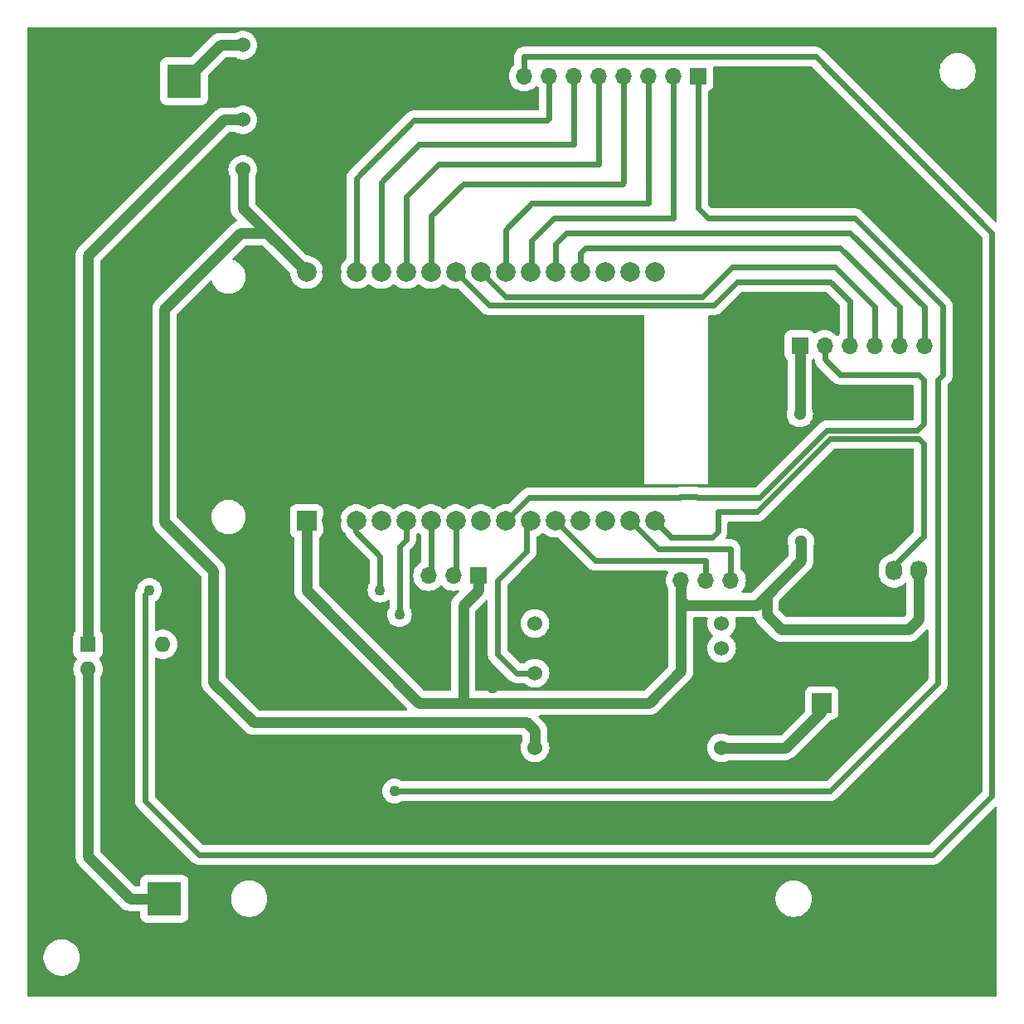
<source format=gbr>
%TF.GenerationSoftware,KiCad,Pcbnew,8.0.4*%
%TF.CreationDate,2024-09-22T15:15:57-05:00*%
%TF.ProjectId,PCB 1,50434220-312e-46b6-9963-61645f706362,rev?*%
%TF.SameCoordinates,Original*%
%TF.FileFunction,Copper,L2,Bot*%
%TF.FilePolarity,Positive*%
%FSLAX46Y46*%
G04 Gerber Fmt 4.6, Leading zero omitted, Abs format (unit mm)*
G04 Created by KiCad (PCBNEW 8.0.4) date 2024-09-22 15:15:57*
%MOMM*%
%LPD*%
G01*
G04 APERTURE LIST*
G04 Aperture macros list*
%AMRoundRect*
0 Rectangle with rounded corners*
0 $1 Rounding radius*
0 $2 $3 $4 $5 $6 $7 $8 $9 X,Y pos of 4 corners*
0 Add a 4 corners polygon primitive as box body*
4,1,4,$2,$3,$4,$5,$6,$7,$8,$9,$2,$3,0*
0 Add four circle primitives for the rounded corners*
1,1,$1+$1,$2,$3*
1,1,$1+$1,$4,$5*
1,1,$1+$1,$6,$7*
1,1,$1+$1,$8,$9*
0 Add four rect primitives between the rounded corners*
20,1,$1+$1,$2,$3,$4,$5,0*
20,1,$1+$1,$4,$5,$6,$7,0*
20,1,$1+$1,$6,$7,$8,$9,0*
20,1,$1+$1,$8,$9,$2,$3,0*%
G04 Aperture macros list end*
%TA.AperFunction,ComponentPad*%
%ADD10R,1.700000X1.700000*%
%TD*%
%TA.AperFunction,ComponentPad*%
%ADD11O,1.700000X1.700000*%
%TD*%
%TA.AperFunction,ComponentPad*%
%ADD12C,1.524000*%
%TD*%
%TA.AperFunction,ComponentPad*%
%ADD13R,1.730000X2.030000*%
%TD*%
%TA.AperFunction,ComponentPad*%
%ADD14O,1.730000X2.030000*%
%TD*%
%TA.AperFunction,ComponentPad*%
%ADD15R,3.500000X3.500000*%
%TD*%
%TA.AperFunction,ComponentPad*%
%ADD16RoundRect,0.750000X-0.750000X-1.000000X0.750000X-1.000000X0.750000X1.000000X-0.750000X1.000000X0*%
%TD*%
%TA.AperFunction,ComponentPad*%
%ADD17RoundRect,0.875000X-0.875000X-0.875000X0.875000X-0.875000X0.875000X0.875000X-0.875000X0.875000X0*%
%TD*%
%TA.AperFunction,ComponentPad*%
%ADD18R,1.600000X1.600000*%
%TD*%
%TA.AperFunction,ComponentPad*%
%ADD19O,1.600000X1.600000*%
%TD*%
%TA.AperFunction,ComponentPad*%
%ADD20R,2.000000X2.000000*%
%TD*%
%TA.AperFunction,ComponentPad*%
%ADD21C,2.000000*%
%TD*%
%TA.AperFunction,ComponentPad*%
%ADD22C,3.500000*%
%TD*%
%TA.AperFunction,ViaPad*%
%ADD23C,1.100000*%
%TD*%
%TA.AperFunction,ViaPad*%
%ADD24C,1.300000*%
%TD*%
%TA.AperFunction,Conductor*%
%ADD25C,1.100000*%
%TD*%
%TA.AperFunction,Conductor*%
%ADD26C,0.600000*%
%TD*%
G04 APERTURE END LIST*
D10*
%TO.P,J6,1,Pin_1*%
%TO.N,+3V3*%
X146540000Y-106500000D03*
D11*
%TO.P,J6,2,Pin_2*%
%TO.N,/TX2*%
X144000000Y-106500000D03*
%TO.P,J6,3,Pin_3*%
%TO.N,/RX2*%
X141460000Y-106500000D03*
%TD*%
D10*
%TO.P,J5,1,Pin_1*%
%TO.N,+3V3*%
X179380000Y-83000000D03*
D11*
%TO.P,J5,2,Pin_2*%
%TO.N,/D18*%
X181920000Y-83000000D03*
%TO.P,J5,3,Pin_3*%
%TO.N,/D26*%
X184460000Y-83000000D03*
%TO.P,J5,4,Pin_4*%
%TO.N,/D25*%
X187000000Y-83000000D03*
%TO.P,J5,5,Pin_5*%
%TO.N,/D34*%
X189540000Y-83000000D03*
%TO.P,J5,6,Pin_6*%
%TO.N,/D35*%
X192080000Y-83000000D03*
%TD*%
D10*
%TO.P,J4,1,Pin_1*%
%TO.N,/D4*%
X169000000Y-55500000D03*
D11*
%TO.P,J4,2,Pin_2*%
%TO.N,/D32*%
X166460000Y-55500000D03*
%TO.P,J4,3,Pin_3*%
%TO.N,/D33*%
X163920000Y-55500000D03*
%TO.P,J4,4,Pin_4*%
%TO.N,/D27*%
X161380000Y-55500000D03*
%TO.P,J4,5,Pin_5*%
%TO.N,/D14*%
X158840000Y-55500000D03*
%TO.P,J4,6,Pin_6*%
%TO.N,/D12*%
X156300000Y-55500000D03*
%TO.P,J4,7,Pin_7*%
%TO.N,/D13*%
X153760000Y-55500000D03*
%TO.P,J4,8,Pin_8*%
%TO.N,/D15*%
X151220000Y-55500000D03*
%TD*%
D12*
%TO.P,U3,1,VIN*%
%TO.N,VDC*%
X122500000Y-52340000D03*
%TO.P,U3,2,GND*%
%TO.N,GND*%
X122500000Y-54880000D03*
%TO.P,U3,3,GND*%
X122500000Y-57420000D03*
%TO.P,U3,4,BAT*%
%TO.N,+BATT*%
X122500000Y-59960000D03*
%TO.P,U3,5,GND*%
%TO.N,GND*%
X122500000Y-62500000D03*
%TO.P,U3,6,OUT-5V*%
%TO.N,+5V*%
X122500000Y-65040000D03*
%TD*%
D13*
%TO.P,J1,1,Pin_1*%
%TO.N,GND*%
X186460000Y-106000000D03*
D14*
%TO.P,J1,2,Pin_2*%
%TO.N,/LEDS*%
X189000000Y-106000000D03*
%TO.P,J1,3,Pin_3*%
%TO.N,+3V3*%
X191540000Y-106000000D03*
%TD*%
D15*
%TO.P,J3,1*%
%TO.N,VDC*%
X116500000Y-56042500D03*
D16*
%TO.P,J3,2*%
%TO.N,GND*%
X110500000Y-56042500D03*
D17*
%TO.P,J3,3*%
X113500000Y-60742500D03*
%TD*%
D18*
%TO.P,SW1,1,A*%
%TO.N,+BATT*%
X106700000Y-113500000D03*
D19*
%TO.P,SW1,2,B*%
%TO.N,Net-(BT1-+)*%
X106700000Y-116040000D03*
%TO.P,SW1,3,C*%
%TO.N,GND*%
X114320000Y-116040000D03*
%TO.P,SW1,4*%
%TO.N,N/C*%
X114320000Y-113500000D03*
%TD*%
D20*
%TO.P,BZ1,1,+*%
%TO.N,Net-(BZ1-+)*%
X181629216Y-119500000D03*
D21*
%TO.P,BZ1,2,-*%
%TO.N,GND*%
X186629216Y-119500000D03*
%TD*%
D15*
%TO.P,BT1,1,+*%
%TO.N,Net-(BT1-+)*%
X114500000Y-139500000D03*
D22*
%TO.P,BT1,2,-*%
%TO.N,GND*%
X186500000Y-139500000D03*
%TD*%
D10*
%TO.P,J2,1,Pin_1*%
%TO.N,GND*%
X164700000Y-107000000D03*
D11*
%TO.P,J2,2,Pin_2*%
%TO.N,+3V3*%
X167240000Y-107000000D03*
%TO.P,J2,3,Pin_3*%
%TO.N,/SDA*%
X169780000Y-107000000D03*
%TO.P,J2,4,Pin_4*%
%TO.N,/SCL*%
X172320000Y-107000000D03*
%TD*%
D12*
%TO.P,U2,1,L*%
%TO.N,unconnected-(U2-L-Pad1)*%
X152340000Y-111380000D03*
%TO.P,U2,2,T*%
%TO.N,GND*%
X152340000Y-113920000D03*
%TO.P,U2,3,R*%
%TO.N,/D19*%
X152340000Y-116460000D03*
%TO.P,U2,4,vin*%
%TO.N,+5V*%
X152340000Y-124080000D03*
%TO.P,U2,5,gnd*%
%TO.N,GND*%
X152340000Y-126620000D03*
%TO.P,U2,6,R-*%
X171390000Y-126620000D03*
%TO.P,U2,7,R+*%
%TO.N,Net-(BZ1-+)*%
X171390000Y-124080000D03*
%TO.P,U2,8,L+*%
%TO.N,unconnected-(U2-L+-Pad8)*%
X171390000Y-113920000D03*
%TO.P,U2,9,L-*%
%TO.N,unconnected-(U2-L--Pad9)*%
X171390000Y-111380000D03*
%TD*%
D21*
%TO.P,U1,30,VIN*%
%TO.N,+5V*%
X129020000Y-75520000D03*
%TO.P,U1,29,GND*%
%TO.N,GND*%
X131560000Y-75520000D03*
%TO.P,U1,28,D13*%
%TO.N,/D13*%
X134100000Y-75520000D03*
%TO.P,U1,27,D12*%
%TO.N,/D12*%
X136640000Y-75520000D03*
%TO.P,U1,26,D14*%
%TO.N,/D14*%
X139180000Y-75520000D03*
%TO.P,U1,25,D27*%
%TO.N,/D27*%
X141720000Y-75520000D03*
%TO.P,U1,24,D26*%
%TO.N,/D26*%
X144260000Y-75520000D03*
%TO.P,U1,23,D25*%
%TO.N,/D25*%
X146800000Y-75520000D03*
%TO.P,U1,22,D33*%
%TO.N,/D33*%
X149340000Y-75520000D03*
%TO.P,U1,21,D32*%
%TO.N,/D32*%
X151880000Y-75520000D03*
%TO.P,U1,20,D35*%
%TO.N,/D35*%
X154420000Y-75520000D03*
%TO.P,U1,19,D34*%
%TO.N,/D34*%
X156960000Y-75520000D03*
%TO.P,U1,18,VN*%
%TO.N,unconnected-(U1-VN-Pad18)*%
X159500000Y-75520000D03*
%TO.P,U1,17,VP*%
%TO.N,unconnected-(U1-VP-Pad17)*%
X162040000Y-75520000D03*
%TO.P,U1,16,EN*%
%TO.N,unconnected-(U1-EN-Pad16)*%
X164580000Y-75520000D03*
%TO.P,U1,15,D23*%
%TO.N,/LEDS*%
X164580000Y-100920000D03*
%TO.P,U1,14,D22*%
%TO.N,/SCL*%
X162040000Y-100920000D03*
%TO.P,U1,13,TX0*%
%TO.N,unconnected-(U1-TX0-Pad13)*%
X159500000Y-100920000D03*
%TO.P,U1,12,RX0*%
%TO.N,unconnected-(U1-RX0-Pad12)*%
X156960000Y-100920000D03*
%TO.P,U1,11,D21*%
%TO.N,/SDA*%
X154420000Y-100920000D03*
%TO.P,U1,10,D19*%
%TO.N,/D19*%
X151880000Y-100920000D03*
%TO.P,U1,9,D18*%
%TO.N,/D18*%
X149340000Y-100920000D03*
%TO.P,U1,8,D5*%
%TO.N,/D5*%
X146800000Y-100920000D03*
%TO.P,U1,7,TX2*%
%TO.N,/TX2*%
X144260000Y-100920000D03*
%TO.P,U1,6,RX2*%
%TO.N,/RX2*%
X141720000Y-100920000D03*
%TO.P,U1,5,D4*%
%TO.N,/D4*%
X139180000Y-100920000D03*
%TO.P,U1,4,D2*%
%TO.N,unconnected-(U1-D2-Pad4)*%
X136640000Y-100920000D03*
%TO.P,U1,3,D15*%
%TO.N,/D15*%
X134100000Y-100920000D03*
%TO.P,U1,2,GND*%
%TO.N,GND*%
X131560000Y-100920000D03*
D20*
%TO.P,U1,1,3V3*%
%TO.N,+3V3*%
X129020000Y-100920000D03*
%TD*%
D23*
%TO.N,GND*%
X148000000Y-118000000D03*
X141500000Y-116500000D03*
X127500000Y-116500000D03*
X120000000Y-124000000D03*
X182500000Y-108000000D03*
X176000000Y-114500000D03*
%TO.N,/D4*%
X138500000Y-110500000D03*
X138000000Y-128500000D03*
D24*
%TO.N,+3V3*%
X179380000Y-90000000D03*
X179500000Y-103000000D03*
D23*
%TO.N,/D15*%
X136500000Y-108000000D03*
X112966000Y-108000000D03*
%TD*%
D25*
%TO.N,+5V*%
X125000000Y-71500000D02*
X129020000Y-75520000D01*
X122297309Y-71500000D02*
X125000000Y-71500000D01*
X114500000Y-101000000D02*
X114500000Y-79297309D01*
X123604000Y-121500000D02*
X119500000Y-117396000D01*
X151500000Y-121500000D02*
X123604000Y-121500000D01*
X119500000Y-106000000D02*
X114500000Y-101000000D01*
X114500000Y-79297309D02*
X122297309Y-71500000D01*
X152340000Y-122340000D02*
X151500000Y-121500000D01*
X152340000Y-124080000D02*
X152340000Y-122340000D01*
X119500000Y-117396000D02*
X119500000Y-106000000D01*
%TO.N,+3V3*%
X146540000Y-107980000D02*
X145000000Y-109520000D01*
X145000000Y-109520000D02*
X145000000Y-119500000D01*
X146540000Y-106500000D02*
X146540000Y-107980000D01*
X140500000Y-119500000D02*
X129020000Y-108020000D01*
X129020000Y-108020000D02*
X129020000Y-100920000D01*
X167240000Y-116260000D02*
X164000000Y-119500000D01*
X164000000Y-119500000D02*
X140500000Y-119500000D01*
X167240000Y-109000000D02*
X167240000Y-116260000D01*
D26*
%TO.N,/D4*%
X169000000Y-69000000D02*
X169000000Y-55500000D01*
X170000000Y-70000000D02*
X169000000Y-69000000D01*
X194000000Y-79000000D02*
X185000000Y-70000000D01*
X194000000Y-86000000D02*
X194000000Y-79000000D01*
X193500000Y-117500000D02*
X193500000Y-86500000D01*
X193500000Y-86500000D02*
X194000000Y-86000000D01*
X182500000Y-128500000D02*
X193500000Y-117500000D01*
X185000000Y-70000000D02*
X170000000Y-70000000D01*
X138000000Y-128500000D02*
X182500000Y-128500000D01*
%TO.N,/D32*%
X166460000Y-70000000D02*
X166460000Y-55500000D01*
X152000000Y-75400000D02*
X152000000Y-72240000D01*
X152000000Y-72240000D02*
X154240000Y-70000000D01*
X151880000Y-75520000D02*
X152000000Y-75400000D01*
X154240000Y-70000000D02*
X166460000Y-70000000D01*
%TO.N,/D15*%
X151220000Y-53500000D02*
X151220000Y-55500000D01*
X181000000Y-53500000D02*
X151220000Y-53500000D01*
X199000000Y-71500000D02*
X181000000Y-53500000D01*
X199000000Y-129000000D02*
X199000000Y-71500000D01*
X193000000Y-135000000D02*
X199000000Y-129000000D01*
X118000000Y-135000000D02*
X193000000Y-135000000D01*
X112500000Y-108466000D02*
X112500000Y-129500000D01*
X112966000Y-108000000D02*
X112500000Y-108466000D01*
X112500000Y-129500000D02*
X118000000Y-135000000D01*
D25*
%TO.N,+3V3*%
X179380000Y-90000000D02*
X179380000Y-83000000D01*
D26*
%TO.N,/D15*%
X134000000Y-101020000D02*
X134100000Y-100920000D01*
X136500000Y-108000000D02*
X136500000Y-104500000D01*
X136500000Y-104500000D02*
X134000000Y-102000000D01*
X134000000Y-102000000D02*
X134000000Y-101020000D01*
%TO.N,/D4*%
X139180000Y-102820000D02*
X139180000Y-100920000D01*
X138500000Y-103500000D02*
X139180000Y-102820000D01*
X138500000Y-110500000D02*
X138500000Y-103500000D01*
%TO.N,/SDA*%
X158500000Y-105000000D02*
X154420000Y-100920000D01*
X169742000Y-105000000D02*
X158500000Y-105000000D01*
X169780000Y-105038000D02*
X169742000Y-105000000D01*
X169780000Y-107000000D02*
X169780000Y-105038000D01*
%TO.N,/D19*%
X150460000Y-116460000D02*
X152340000Y-116460000D01*
X148500000Y-107000000D02*
X148500000Y-114500000D01*
X151500000Y-104000000D02*
X148500000Y-107000000D01*
X148500000Y-114500000D02*
X150460000Y-116460000D01*
X151880000Y-100920000D02*
X151500000Y-101300000D01*
X151500000Y-101300000D02*
X151500000Y-104000000D01*
D25*
%TO.N,+3V3*%
X179500000Y-105000000D02*
X176000000Y-108500000D01*
X179500000Y-103000000D02*
X179500000Y-105000000D01*
D26*
%TO.N,/D18*%
X151760000Y-98500000D02*
X149340000Y-100920000D01*
X167110862Y-98500000D02*
X151760000Y-98500000D01*
X167160862Y-98450000D02*
X167110862Y-98500000D01*
X168859138Y-98450000D02*
X167160862Y-98450000D01*
X168909138Y-98500000D02*
X168859138Y-98450000D01*
X192000000Y-91000000D02*
X191354000Y-91646000D01*
X192000000Y-86500000D02*
X192000000Y-91000000D01*
X191500000Y-86000000D02*
X192000000Y-86500000D01*
X182146262Y-91646000D02*
X175292262Y-98500000D01*
X175292262Y-98500000D02*
X168909138Y-98500000D01*
X183500000Y-86000000D02*
X191500000Y-86000000D01*
X181920000Y-84420000D02*
X183500000Y-86000000D01*
X191354000Y-91646000D02*
X182146262Y-91646000D01*
X181920000Y-83000000D02*
X181920000Y-84420000D01*
%TO.N,/LEDS*%
X189000000Y-105500000D02*
X189000000Y-106000000D01*
X192000000Y-102500000D02*
X189000000Y-105500000D01*
X192000000Y-93000000D02*
X192000000Y-102500000D01*
X191500000Y-92500000D02*
X192000000Y-93000000D01*
X182500000Y-92500000D02*
X191500000Y-92500000D01*
X171000000Y-102000000D02*
X171000000Y-100000000D01*
X175000000Y-100000000D02*
X182500000Y-92500000D01*
X170450000Y-102550000D02*
X171000000Y-102000000D01*
X166210000Y-102550000D02*
X170450000Y-102550000D01*
X164580000Y-100920000D02*
X166210000Y-102550000D01*
X171000000Y-100000000D02*
X175000000Y-100000000D01*
%TO.N,/D26*%
X170606000Y-78894000D02*
X147634000Y-78894000D01*
X182500000Y-76500000D02*
X173000000Y-76500000D01*
X184460000Y-78460000D02*
X182500000Y-76500000D01*
X173000000Y-76500000D02*
X170606000Y-78894000D01*
X147634000Y-78894000D02*
X144260000Y-75520000D01*
X184460000Y-83000000D02*
X184460000Y-78460000D01*
%TO.N,/D25*%
X149320000Y-78040000D02*
X146800000Y-75520000D01*
X169460000Y-78040000D02*
X149320000Y-78040000D01*
X182960000Y-75000000D02*
X172500000Y-75000000D01*
X172500000Y-75000000D02*
X169460000Y-78040000D01*
X187000000Y-79040000D02*
X182960000Y-75000000D01*
X187000000Y-83000000D02*
X187000000Y-79040000D01*
%TO.N,/SCL*%
X164906831Y-103786831D02*
X162040000Y-100920000D01*
X172320000Y-103786831D02*
X164906831Y-103786831D01*
X172320000Y-107000000D02*
X172320000Y-103786831D01*
%TO.N,/D34*%
X156960000Y-73540000D02*
X156960000Y-75520000D01*
X183500000Y-73000000D02*
X157500000Y-73000000D01*
X189540000Y-79040000D02*
X183500000Y-73000000D01*
X189540000Y-83000000D02*
X189540000Y-79040000D01*
X157500000Y-73000000D02*
X156960000Y-73540000D01*
%TO.N,/D35*%
X154420000Y-72580000D02*
X154420000Y-75520000D01*
X155500000Y-71500000D02*
X154420000Y-72580000D01*
X192080000Y-79080000D02*
X184500000Y-71500000D01*
X192080000Y-83000000D02*
X192080000Y-79080000D01*
X184500000Y-71500000D02*
X155500000Y-71500000D01*
D25*
%TO.N,+3V3*%
X191500000Y-110000000D02*
X191540000Y-109960000D01*
X191500000Y-111000000D02*
X191500000Y-110000000D01*
X191540000Y-109960000D02*
X191540000Y-106000000D01*
X190500000Y-112000000D02*
X191500000Y-111000000D01*
X176000000Y-110500000D02*
X177500000Y-112000000D01*
X177500000Y-112000000D02*
X190500000Y-112000000D01*
X176000000Y-108500000D02*
X176000000Y-110500000D01*
%TO.N,Net-(BT1-+)*%
X106700000Y-135200000D02*
X111000000Y-139500000D01*
X111000000Y-139500000D02*
X114500000Y-139500000D01*
D26*
%TO.N,/TX2*%
X144260000Y-106240000D02*
X144000000Y-106500000D01*
X144260000Y-100920000D02*
X144260000Y-106240000D01*
%TO.N,/RX2*%
X141720000Y-106240000D02*
X141460000Y-106500000D01*
X141720000Y-100920000D02*
X141720000Y-106240000D01*
D25*
%TO.N,Net-(BT1-+)*%
X106700000Y-116040000D02*
X106700000Y-135200000D01*
%TO.N,+BATT*%
X120540000Y-59960000D02*
X122500000Y-59960000D01*
X106700000Y-73800000D02*
X120540000Y-59960000D01*
X106700000Y-113500000D02*
X106700000Y-73800000D01*
%TO.N,+3V3*%
X175000000Y-109500000D02*
X176000000Y-108500000D01*
X167740000Y-109500000D02*
X175000000Y-109500000D01*
X167240000Y-109000000D02*
X167740000Y-109500000D01*
X167240000Y-109000000D02*
X167240000Y-107000000D01*
%TO.N,Net-(BZ1-+)*%
X181629216Y-120370784D02*
X177920000Y-124080000D01*
X177920000Y-124080000D02*
X171390000Y-124080000D01*
X181629216Y-119500000D02*
X181629216Y-120370784D01*
D26*
%TO.N,/D27*%
X161260000Y-66500000D02*
X161380000Y-66380000D01*
X145000000Y-66500000D02*
X161260000Y-66500000D01*
X161380000Y-66380000D02*
X161380000Y-55500000D01*
X141720000Y-75520000D02*
X141720000Y-69780000D01*
X141720000Y-69780000D02*
X145000000Y-66500000D01*
%TO.N,/D14*%
X158840000Y-64500000D02*
X158840000Y-55500000D01*
X142500000Y-64500000D02*
X158840000Y-64500000D01*
X139180000Y-75520000D02*
X139180000Y-67820000D01*
X139180000Y-67820000D02*
X142500000Y-64500000D01*
%TO.N,/D12*%
X156287687Y-62500000D02*
X156300000Y-62487687D01*
X140500000Y-62500000D02*
X156287687Y-62500000D01*
X156300000Y-62487687D02*
X156300000Y-55500000D01*
X136640000Y-66360000D02*
X140500000Y-62500000D01*
X136640000Y-75520000D02*
X136640000Y-66360000D01*
%TO.N,/D13*%
X153760000Y-59870751D02*
X153760000Y-55500000D01*
X140000000Y-60000000D02*
X153630751Y-60000000D01*
X134100000Y-65900000D02*
X140000000Y-60000000D01*
X153630751Y-60000000D02*
X153760000Y-59870751D01*
X134100000Y-75520000D02*
X134100000Y-65900000D01*
%TO.N,/D33*%
X152000000Y-68500000D02*
X163920000Y-68500000D01*
X163920000Y-68500000D02*
X163920000Y-55500000D01*
X149340000Y-71160000D02*
X152000000Y-68500000D01*
X149340000Y-75520000D02*
X149340000Y-71160000D01*
%TO.N,/D27*%
X141720000Y-75520000D02*
X141500000Y-75300000D01*
D25*
%TO.N,+5V*%
X122500000Y-65040000D02*
X122500000Y-69000000D01*
X122500000Y-69000000D02*
X129020000Y-75520000D01*
%TO.N,VDC*%
X120202500Y-52340000D02*
X116500000Y-56042500D01*
X122500000Y-52340000D02*
X120202500Y-52340000D01*
D26*
%TO.N,/D12*%
X136500000Y-75380000D02*
X136640000Y-75520000D01*
%TO.N,/D14*%
X139000000Y-75340000D02*
X139180000Y-75520000D01*
%TO.N,/RX2*%
X141720000Y-100920000D02*
X141580000Y-100920000D01*
X141729383Y-100929383D02*
X141720000Y-100920000D01*
%TO.N,/TX2*%
X144260000Y-100920000D02*
X144080000Y-100920000D01*
%TD*%
%TA.AperFunction,Conductor*%
%TO.N,GND*%
G36*
X199442539Y-50520185D02*
G01*
X199488294Y-50572989D01*
X199499500Y-50624500D01*
X199499500Y-70285218D01*
X199479815Y-70352257D01*
X199427011Y-70398012D01*
X199357853Y-70407956D01*
X199294297Y-70378931D01*
X199287819Y-70372899D01*
X183793631Y-54878711D01*
X193649500Y-54878711D01*
X193649500Y-55121288D01*
X193681161Y-55361785D01*
X193743947Y-55596104D01*
X193804917Y-55743297D01*
X193836776Y-55820212D01*
X193958064Y-56030289D01*
X193958066Y-56030292D01*
X193958067Y-56030293D01*
X194105733Y-56222736D01*
X194105739Y-56222743D01*
X194277256Y-56394260D01*
X194277263Y-56394266D01*
X194303214Y-56414179D01*
X194469711Y-56541936D01*
X194679788Y-56663224D01*
X194903900Y-56756054D01*
X195138211Y-56818838D01*
X195318586Y-56842584D01*
X195378711Y-56850500D01*
X195378712Y-56850500D01*
X195621289Y-56850500D01*
X195669388Y-56844167D01*
X195861789Y-56818838D01*
X196096100Y-56756054D01*
X196320212Y-56663224D01*
X196530289Y-56541936D01*
X196722738Y-56394265D01*
X196894265Y-56222738D01*
X197041936Y-56030289D01*
X197163224Y-55820212D01*
X197256054Y-55596100D01*
X197318838Y-55361789D01*
X197350500Y-55121288D01*
X197350500Y-54878712D01*
X197318838Y-54638211D01*
X197256054Y-54403900D01*
X197163224Y-54179788D01*
X197041936Y-53969711D01*
X196894265Y-53777262D01*
X196894260Y-53777256D01*
X196722743Y-53605739D01*
X196722736Y-53605733D01*
X196530293Y-53458067D01*
X196530292Y-53458066D01*
X196530289Y-53458064D01*
X196320212Y-53336776D01*
X196320205Y-53336773D01*
X196096104Y-53243947D01*
X195861785Y-53181161D01*
X195621289Y-53149500D01*
X195621288Y-53149500D01*
X195378712Y-53149500D01*
X195378711Y-53149500D01*
X195138214Y-53181161D01*
X194903895Y-53243947D01*
X194679794Y-53336773D01*
X194679785Y-53336777D01*
X194469706Y-53458067D01*
X194277263Y-53605733D01*
X194277256Y-53605739D01*
X194105739Y-53777256D01*
X194105733Y-53777263D01*
X193958067Y-53969706D01*
X193836777Y-54179785D01*
X193836773Y-54179794D01*
X193743947Y-54403895D01*
X193681161Y-54638214D01*
X193649500Y-54878711D01*
X183793631Y-54878711D01*
X181781479Y-52866559D01*
X181781459Y-52866537D01*
X181637785Y-52722863D01*
X181637781Y-52722860D01*
X181473920Y-52613371D01*
X181473911Y-52613366D01*
X181397065Y-52581536D01*
X181345165Y-52560038D01*
X181291836Y-52537949D01*
X181291832Y-52537948D01*
X181291828Y-52537946D01*
X181195188Y-52518724D01*
X181098544Y-52499500D01*
X181098541Y-52499500D01*
X151318541Y-52499500D01*
X151121459Y-52499500D01*
X151121457Y-52499500D01*
X150928170Y-52537947D01*
X150928160Y-52537950D01*
X150746092Y-52613364D01*
X150746079Y-52613371D01*
X150582218Y-52722860D01*
X150582214Y-52722863D01*
X150442863Y-52862214D01*
X150442860Y-52862218D01*
X150333371Y-53026079D01*
X150333364Y-53026092D01*
X150257950Y-53208160D01*
X150257947Y-53208170D01*
X150219500Y-53401456D01*
X150219500Y-54258300D01*
X150199815Y-54325339D01*
X150176032Y-54352590D01*
X150120247Y-54400235D01*
X150120241Y-54400241D01*
X149961738Y-54585823D01*
X149961737Y-54585826D01*
X149834222Y-54793910D01*
X149740830Y-55019380D01*
X149683853Y-55256702D01*
X149664706Y-55500000D01*
X149683853Y-55743297D01*
X149740830Y-55980619D01*
X149834222Y-56206089D01*
X149961737Y-56414173D01*
X149961738Y-56414176D01*
X149961741Y-56414179D01*
X150120241Y-56599759D01*
X150207938Y-56674659D01*
X150305823Y-56758261D01*
X150305826Y-56758262D01*
X150513910Y-56885777D01*
X150739381Y-56979169D01*
X150739378Y-56979169D01*
X150739384Y-56979170D01*
X150739388Y-56979172D01*
X150976698Y-57036146D01*
X151220000Y-57055294D01*
X151463302Y-57036146D01*
X151700612Y-56979172D01*
X151926089Y-56885777D01*
X152134179Y-56758259D01*
X152319759Y-56599759D01*
X152395710Y-56510832D01*
X152454216Y-56472638D01*
X152524084Y-56472139D01*
X152583131Y-56509493D01*
X152584290Y-56510832D01*
X152660237Y-56599755D01*
X152660239Y-56599756D01*
X152660241Y-56599759D01*
X152716032Y-56647409D01*
X152754224Y-56705914D01*
X152759500Y-56741698D01*
X152759500Y-58875500D01*
X152739815Y-58942539D01*
X152687011Y-58988294D01*
X152635500Y-58999500D01*
X139901455Y-58999500D01*
X139804812Y-59018724D01*
X139708171Y-59037947D01*
X139708163Y-59037949D01*
X139658224Y-59058635D01*
X139658223Y-59058635D01*
X139526092Y-59113364D01*
X139526079Y-59113371D01*
X139362219Y-59222859D01*
X139323538Y-59261541D01*
X139222861Y-59362218D01*
X139222858Y-59362221D01*
X133462221Y-65122858D01*
X133462218Y-65122861D01*
X133392538Y-65192540D01*
X133322859Y-65262219D01*
X133213371Y-65426079D01*
X133213364Y-65426092D01*
X133137950Y-65608160D01*
X133137947Y-65608170D01*
X133099500Y-65801456D01*
X133099500Y-74078472D01*
X133079815Y-74145511D01*
X133045354Y-74180924D01*
X133036785Y-74186765D01*
X132849952Y-74360121D01*
X132849950Y-74360123D01*
X132691041Y-74559388D01*
X132563608Y-74780109D01*
X132470492Y-75017362D01*
X132470490Y-75017369D01*
X132413777Y-75265845D01*
X132394732Y-75519995D01*
X132394732Y-75520004D01*
X132413777Y-75774154D01*
X132436853Y-75875258D01*
X132470492Y-76022637D01*
X132563607Y-76259888D01*
X132691041Y-76480612D01*
X132849950Y-76679877D01*
X133036783Y-76853232D01*
X133247366Y-76996805D01*
X133247371Y-76996807D01*
X133247372Y-76996808D01*
X133247373Y-76996809D01*
X133317579Y-77030618D01*
X133476992Y-77107387D01*
X133476993Y-77107387D01*
X133476996Y-77107389D01*
X133720542Y-77182513D01*
X133972565Y-77220500D01*
X134227435Y-77220500D01*
X134479458Y-77182513D01*
X134723004Y-77107389D01*
X134952634Y-76996805D01*
X135163217Y-76853232D01*
X135285659Y-76739623D01*
X135348192Y-76708455D01*
X135417648Y-76716042D01*
X135454341Y-76739623D01*
X135576783Y-76853232D01*
X135787366Y-76996805D01*
X135787371Y-76996807D01*
X135787372Y-76996808D01*
X135787373Y-76996809D01*
X135857579Y-77030618D01*
X136016992Y-77107387D01*
X136016993Y-77107387D01*
X136016996Y-77107389D01*
X136260542Y-77182513D01*
X136512565Y-77220500D01*
X136767435Y-77220500D01*
X137019458Y-77182513D01*
X137263004Y-77107389D01*
X137492634Y-76996805D01*
X137703217Y-76853232D01*
X137825659Y-76739623D01*
X137888192Y-76708455D01*
X137957648Y-76716042D01*
X137994341Y-76739623D01*
X138116783Y-76853232D01*
X138327366Y-76996805D01*
X138327371Y-76996807D01*
X138327372Y-76996808D01*
X138327373Y-76996809D01*
X138397579Y-77030618D01*
X138556992Y-77107387D01*
X138556993Y-77107387D01*
X138556996Y-77107389D01*
X138800542Y-77182513D01*
X139052565Y-77220500D01*
X139307435Y-77220500D01*
X139559458Y-77182513D01*
X139803004Y-77107389D01*
X140032634Y-76996805D01*
X140243217Y-76853232D01*
X140365659Y-76739623D01*
X140428192Y-76708455D01*
X140497648Y-76716042D01*
X140534341Y-76739623D01*
X140656783Y-76853232D01*
X140867366Y-76996805D01*
X140867371Y-76996807D01*
X140867372Y-76996808D01*
X140867373Y-76996809D01*
X140937579Y-77030618D01*
X141096992Y-77107387D01*
X141096993Y-77107387D01*
X141096996Y-77107389D01*
X141340542Y-77182513D01*
X141592565Y-77220500D01*
X141847435Y-77220500D01*
X142099458Y-77182513D01*
X142343004Y-77107389D01*
X142572634Y-76996805D01*
X142783217Y-76853232D01*
X142905659Y-76739623D01*
X142968192Y-76708455D01*
X143037648Y-76716042D01*
X143074341Y-76739623D01*
X143196783Y-76853232D01*
X143407366Y-76996805D01*
X143407371Y-76996807D01*
X143407372Y-76996808D01*
X143407373Y-76996809D01*
X143477579Y-77030618D01*
X143636992Y-77107387D01*
X143636993Y-77107387D01*
X143636996Y-77107389D01*
X143880542Y-77182513D01*
X144132565Y-77220500D01*
X144387429Y-77220500D01*
X144387435Y-77220500D01*
X144462968Y-77209114D01*
X144532189Y-77218586D01*
X144569128Y-77244048D01*
X146996215Y-79671137D01*
X146996219Y-79671140D01*
X147160079Y-79780628D01*
X147160085Y-79780631D01*
X147160086Y-79780632D01*
X147342165Y-79856052D01*
X147535455Y-79894500D01*
X147535458Y-79894501D01*
X147535460Y-79894501D01*
X147738655Y-79894501D01*
X147738675Y-79894500D01*
X163396000Y-79894500D01*
X163463039Y-79914185D01*
X163508794Y-79966989D01*
X163520000Y-80018500D01*
X163520000Y-97130000D01*
X170010000Y-97130000D01*
X170010000Y-80018500D01*
X170029685Y-79951461D01*
X170082489Y-79905706D01*
X170134000Y-79894500D01*
X170704542Y-79894500D01*
X170723870Y-79890655D01*
X170801188Y-79875275D01*
X170897836Y-79856051D01*
X170951165Y-79833961D01*
X171079914Y-79780632D01*
X171243782Y-79671139D01*
X171383139Y-79531782D01*
X171383139Y-79531780D01*
X171393347Y-79521573D01*
X171393348Y-79521570D01*
X173378102Y-77536819D01*
X173439425Y-77503334D01*
X173465783Y-77500500D01*
X182034218Y-77500500D01*
X182101257Y-77520185D01*
X182121899Y-77536819D01*
X183423181Y-78838101D01*
X183456666Y-78899424D01*
X183459500Y-78925782D01*
X183459500Y-81758300D01*
X183439815Y-81825339D01*
X183416032Y-81852590D01*
X183360247Y-81900235D01*
X183360241Y-81900241D01*
X183284290Y-81989168D01*
X183225783Y-82027361D01*
X183155915Y-82027859D01*
X183096869Y-81990505D01*
X183095710Y-81989168D01*
X183077844Y-81968250D01*
X183019759Y-81900241D01*
X182878915Y-81779949D01*
X182834176Y-81741738D01*
X182834173Y-81741737D01*
X182626089Y-81614222D01*
X182400618Y-81520830D01*
X182400621Y-81520830D01*
X182294992Y-81495470D01*
X182163302Y-81463854D01*
X182163300Y-81463853D01*
X182163297Y-81463853D01*
X181920000Y-81444706D01*
X181676702Y-81463853D01*
X181439380Y-81520830D01*
X181213910Y-81614222D01*
X181005829Y-81741735D01*
X181005813Y-81741746D01*
X180982311Y-81761819D01*
X180918549Y-81790388D01*
X180849464Y-81779949D01*
X180796989Y-81733818D01*
X180795690Y-81731718D01*
X180785472Y-81714815D01*
X180785471Y-81714814D01*
X180785470Y-81714812D01*
X180665188Y-81594530D01*
X180519606Y-81506522D01*
X180357196Y-81455914D01*
X180357194Y-81455913D01*
X180357192Y-81455913D01*
X180307778Y-81451423D01*
X180286616Y-81449500D01*
X178473384Y-81449500D01*
X178454145Y-81451248D01*
X178402807Y-81455913D01*
X178240393Y-81506522D01*
X178094811Y-81594530D01*
X177974530Y-81714811D01*
X177886522Y-81860393D01*
X177835913Y-82022807D01*
X177829500Y-82093386D01*
X177829500Y-83906613D01*
X177835913Y-83977192D01*
X177835913Y-83977194D01*
X177835914Y-83977196D01*
X177886522Y-84139606D01*
X177974528Y-84285185D01*
X178093182Y-84403839D01*
X178126666Y-84465160D01*
X178129500Y-84491519D01*
X178129500Y-89458659D01*
X178117882Y-89511063D01*
X178106099Y-89536330D01*
X178106094Y-89536344D01*
X178044938Y-89764586D01*
X178044936Y-89764596D01*
X178024341Y-89999999D01*
X178024341Y-90000000D01*
X178044936Y-90235403D01*
X178044938Y-90235413D01*
X178106094Y-90463655D01*
X178106096Y-90463659D01*
X178106097Y-90463663D01*
X178133067Y-90521500D01*
X178205965Y-90677830D01*
X178205967Y-90677834D01*
X178263059Y-90759369D01*
X178341505Y-90871401D01*
X178508599Y-91038495D01*
X178605384Y-91106265D01*
X178702165Y-91174032D01*
X178702167Y-91174033D01*
X178702170Y-91174035D01*
X178916337Y-91273903D01*
X179144592Y-91335063D01*
X179332918Y-91351539D01*
X179379999Y-91355659D01*
X179380000Y-91355659D01*
X179380001Y-91355659D01*
X179419234Y-91352226D01*
X179615408Y-91335063D01*
X179843663Y-91273903D01*
X180057830Y-91174035D01*
X180251401Y-91038495D01*
X180418495Y-90871401D01*
X180554035Y-90677830D01*
X180653903Y-90463663D01*
X180715063Y-90235408D01*
X180735659Y-90000000D01*
X180715063Y-89764592D01*
X180653903Y-89536337D01*
X180642118Y-89511063D01*
X180630500Y-89458659D01*
X180630500Y-84491519D01*
X180650185Y-84424480D01*
X180666819Y-84403838D01*
X180707819Y-84362838D01*
X180769142Y-84329353D01*
X180838834Y-84334337D01*
X180894767Y-84376209D01*
X180919184Y-84441673D01*
X180919500Y-84450519D01*
X180919500Y-84518541D01*
X180919500Y-84518543D01*
X180919499Y-84518543D01*
X180957947Y-84711829D01*
X180957950Y-84711839D01*
X181033364Y-84893907D01*
X181033371Y-84893920D01*
X181142859Y-85057780D01*
X181142860Y-85057781D01*
X181142861Y-85057782D01*
X181282218Y-85197139D01*
X181282219Y-85197139D01*
X181289286Y-85204206D01*
X181289285Y-85204206D01*
X181289288Y-85204208D01*
X182722860Y-86637781D01*
X182722861Y-86637782D01*
X182862218Y-86777139D01*
X182862219Y-86777140D01*
X182872790Y-86784203D01*
X183026086Y-86886632D01*
X183132745Y-86930811D01*
X183208164Y-86962051D01*
X183401454Y-87000499D01*
X183401457Y-87000500D01*
X183401459Y-87000500D01*
X183598540Y-87000500D01*
X190875500Y-87000500D01*
X190942539Y-87020185D01*
X190988294Y-87072989D01*
X190999500Y-87124500D01*
X190999500Y-90521500D01*
X190979815Y-90588539D01*
X190927011Y-90634294D01*
X190875500Y-90645500D01*
X182047720Y-90645500D01*
X182022823Y-90650452D01*
X181997926Y-90655405D01*
X181997925Y-90655405D01*
X181854429Y-90683947D01*
X181854421Y-90683950D01*
X181801096Y-90706037D01*
X181801096Y-90706038D01*
X181747767Y-90728127D01*
X181672349Y-90759367D01*
X181672345Y-90759369D01*
X181589619Y-90814644D01*
X181589620Y-90814645D01*
X181508478Y-90868861D01*
X181508475Y-90868864D01*
X174914161Y-97463181D01*
X174852838Y-97496666D01*
X174826480Y-97499500D01*
X169203526Y-97499500D01*
X169156073Y-97490061D01*
X169150974Y-97487949D01*
X169150972Y-97487948D01*
X169150971Y-97487948D01*
X169150967Y-97487947D01*
X169054326Y-97468724D01*
X168957682Y-97449500D01*
X168957679Y-97449500D01*
X167062321Y-97449500D01*
X167062316Y-97449500D01*
X167030253Y-97455876D01*
X167030254Y-97455877D01*
X166869032Y-97487946D01*
X166869022Y-97487949D01*
X166863925Y-97490061D01*
X166816473Y-97499500D01*
X151661455Y-97499500D01*
X151564812Y-97518724D01*
X151468167Y-97537947D01*
X151468161Y-97537949D01*
X151414834Y-97560037D01*
X151414834Y-97560038D01*
X151369315Y-97578892D01*
X151286089Y-97613366D01*
X151286079Y-97613371D01*
X151122219Y-97722859D01*
X151052540Y-97792538D01*
X150982861Y-97862218D01*
X150982858Y-97862221D01*
X149649128Y-99195950D01*
X149587805Y-99229435D01*
X149542966Y-99230884D01*
X149467442Y-99219500D01*
X149467435Y-99219500D01*
X149212565Y-99219500D01*
X149212559Y-99219500D01*
X149055609Y-99243157D01*
X148960542Y-99257487D01*
X148960539Y-99257488D01*
X148960533Y-99257489D01*
X148716992Y-99332612D01*
X148487373Y-99443190D01*
X148487372Y-99443191D01*
X148276782Y-99586768D01*
X148154341Y-99700377D01*
X148091808Y-99731545D01*
X148022352Y-99723958D01*
X147985659Y-99700377D01*
X147863217Y-99586768D01*
X147843007Y-99572989D01*
X147652634Y-99443195D01*
X147652630Y-99443193D01*
X147652627Y-99443191D01*
X147652626Y-99443190D01*
X147423006Y-99332612D01*
X147423008Y-99332612D01*
X147179466Y-99257489D01*
X147179462Y-99257488D01*
X147179458Y-99257487D01*
X147058231Y-99239214D01*
X146927440Y-99219500D01*
X146927435Y-99219500D01*
X146672565Y-99219500D01*
X146672559Y-99219500D01*
X146515609Y-99243157D01*
X146420542Y-99257487D01*
X146420539Y-99257488D01*
X146420533Y-99257489D01*
X146176992Y-99332612D01*
X145947373Y-99443190D01*
X145947372Y-99443191D01*
X145736782Y-99586768D01*
X145614341Y-99700377D01*
X145551808Y-99731545D01*
X145482352Y-99723958D01*
X145445659Y-99700377D01*
X145323217Y-99586768D01*
X145303007Y-99572989D01*
X145112634Y-99443195D01*
X145112630Y-99443193D01*
X145112627Y-99443191D01*
X145112626Y-99443190D01*
X144883006Y-99332612D01*
X144883008Y-99332612D01*
X144639466Y-99257489D01*
X144639462Y-99257488D01*
X144639458Y-99257487D01*
X144518231Y-99239214D01*
X144387440Y-99219500D01*
X144387435Y-99219500D01*
X144132565Y-99219500D01*
X144132559Y-99219500D01*
X143975609Y-99243157D01*
X143880542Y-99257487D01*
X143880539Y-99257488D01*
X143880533Y-99257489D01*
X143636992Y-99332612D01*
X143407373Y-99443190D01*
X143407372Y-99443191D01*
X143196782Y-99586768D01*
X143074341Y-99700377D01*
X143011808Y-99731545D01*
X142942352Y-99723958D01*
X142905659Y-99700377D01*
X142783217Y-99586768D01*
X142763007Y-99572989D01*
X142572634Y-99443195D01*
X142572630Y-99443193D01*
X142572627Y-99443191D01*
X142572626Y-99443190D01*
X142343006Y-99332612D01*
X142343008Y-99332612D01*
X142099466Y-99257489D01*
X142099462Y-99257488D01*
X142099458Y-99257487D01*
X141978231Y-99239214D01*
X141847440Y-99219500D01*
X141847435Y-99219500D01*
X141592565Y-99219500D01*
X141592559Y-99219500D01*
X141435609Y-99243157D01*
X141340542Y-99257487D01*
X141340539Y-99257488D01*
X141340533Y-99257489D01*
X141096992Y-99332612D01*
X140867373Y-99443190D01*
X140867372Y-99443191D01*
X140656782Y-99586768D01*
X140534341Y-99700377D01*
X140471808Y-99731545D01*
X140402352Y-99723958D01*
X140365659Y-99700377D01*
X140243217Y-99586768D01*
X140223007Y-99572989D01*
X140032634Y-99443195D01*
X140032630Y-99443193D01*
X140032627Y-99443191D01*
X140032626Y-99443190D01*
X139803006Y-99332612D01*
X139803008Y-99332612D01*
X139559466Y-99257489D01*
X139559462Y-99257488D01*
X139559458Y-99257487D01*
X139438231Y-99239214D01*
X139307440Y-99219500D01*
X139307435Y-99219500D01*
X139052565Y-99219500D01*
X139052559Y-99219500D01*
X138895609Y-99243157D01*
X138800542Y-99257487D01*
X138800539Y-99257488D01*
X138800533Y-99257489D01*
X138556992Y-99332612D01*
X138327373Y-99443190D01*
X138327372Y-99443191D01*
X138116782Y-99586768D01*
X137994341Y-99700377D01*
X137931808Y-99731545D01*
X137862352Y-99723958D01*
X137825659Y-99700377D01*
X137703217Y-99586768D01*
X137683007Y-99572989D01*
X137492634Y-99443195D01*
X137492630Y-99443193D01*
X137492627Y-99443191D01*
X137492626Y-99443190D01*
X137263006Y-99332612D01*
X137263008Y-99332612D01*
X137019466Y-99257489D01*
X137019462Y-99257488D01*
X137019458Y-99257487D01*
X136898231Y-99239214D01*
X136767440Y-99219500D01*
X136767435Y-99219500D01*
X136512565Y-99219500D01*
X136512559Y-99219500D01*
X136355609Y-99243157D01*
X136260542Y-99257487D01*
X136260539Y-99257488D01*
X136260533Y-99257489D01*
X136016992Y-99332612D01*
X135787373Y-99443190D01*
X135787372Y-99443191D01*
X135576782Y-99586768D01*
X135454341Y-99700377D01*
X135391808Y-99731545D01*
X135322352Y-99723958D01*
X135285659Y-99700377D01*
X135163217Y-99586768D01*
X135143007Y-99572989D01*
X134952634Y-99443195D01*
X134952630Y-99443193D01*
X134952627Y-99443191D01*
X134952626Y-99443190D01*
X134723006Y-99332612D01*
X134723008Y-99332612D01*
X134479466Y-99257489D01*
X134479462Y-99257488D01*
X134479458Y-99257487D01*
X134358231Y-99239214D01*
X134227440Y-99219500D01*
X134227435Y-99219500D01*
X133972565Y-99219500D01*
X133972559Y-99219500D01*
X133815609Y-99243157D01*
X133720542Y-99257487D01*
X133720539Y-99257488D01*
X133720533Y-99257489D01*
X133476992Y-99332612D01*
X133247373Y-99443190D01*
X133247372Y-99443191D01*
X133036782Y-99586768D01*
X132849952Y-99760121D01*
X132849950Y-99760123D01*
X132691041Y-99959388D01*
X132563608Y-100180109D01*
X132470492Y-100417362D01*
X132470490Y-100417369D01*
X132413777Y-100665845D01*
X132394732Y-100919995D01*
X132394732Y-100920004D01*
X132413777Y-101174154D01*
X132467117Y-101407853D01*
X132470492Y-101422637D01*
X132562340Y-101656661D01*
X132563608Y-101659890D01*
X132590536Y-101706531D01*
X132691041Y-101880612D01*
X132849950Y-102079877D01*
X132981235Y-102201691D01*
X132999355Y-102218504D01*
X133035110Y-102278533D01*
X133036630Y-102285205D01*
X133037949Y-102291834D01*
X133037950Y-102291839D01*
X133113364Y-102473907D01*
X133113371Y-102473920D01*
X133222860Y-102637781D01*
X133222863Y-102637785D01*
X133366537Y-102781459D01*
X133366559Y-102781479D01*
X135463181Y-104878101D01*
X135496666Y-104939424D01*
X135499500Y-104965782D01*
X135499500Y-107209584D01*
X135479815Y-107276623D01*
X135477075Y-107280707D01*
X135412900Y-107372357D01*
X135412898Y-107372361D01*
X135320426Y-107570668D01*
X135320422Y-107570677D01*
X135263793Y-107782020D01*
X135263793Y-107782024D01*
X135244723Y-107999997D01*
X135244723Y-108000002D01*
X135247885Y-108036146D01*
X135263373Y-108213181D01*
X135263793Y-108217975D01*
X135263793Y-108217979D01*
X135320422Y-108429322D01*
X135320424Y-108429326D01*
X135320425Y-108429330D01*
X135353391Y-108500026D01*
X135412897Y-108627638D01*
X135412898Y-108627639D01*
X135538402Y-108806877D01*
X135693123Y-108961598D01*
X135872361Y-109087102D01*
X136070670Y-109179575D01*
X136282023Y-109236207D01*
X136464926Y-109252208D01*
X136499998Y-109255277D01*
X136500000Y-109255277D01*
X136500002Y-109255277D01*
X136528254Y-109252805D01*
X136717977Y-109236207D01*
X136929330Y-109179575D01*
X137127639Y-109087102D01*
X137304379Y-108963346D01*
X137370582Y-108941020D01*
X137438349Y-108958030D01*
X137486162Y-109008977D01*
X137499500Y-109064922D01*
X137499500Y-109709584D01*
X137479815Y-109776623D01*
X137477075Y-109780707D01*
X137412900Y-109872357D01*
X137412898Y-109872361D01*
X137320426Y-110070668D01*
X137320422Y-110070677D01*
X137263793Y-110282020D01*
X137263793Y-110282023D01*
X137244723Y-110500000D01*
X137263373Y-110713181D01*
X137263793Y-110717975D01*
X137263793Y-110717979D01*
X137320422Y-110929322D01*
X137320424Y-110929326D01*
X137320425Y-110929330D01*
X137344065Y-110980026D01*
X137412897Y-111127638D01*
X137420471Y-111138455D01*
X137538402Y-111306877D01*
X137693123Y-111461598D01*
X137872361Y-111587102D01*
X138070670Y-111679575D01*
X138282023Y-111736207D01*
X138460074Y-111751784D01*
X138499998Y-111755277D01*
X138500000Y-111755277D01*
X138500002Y-111755277D01*
X138528254Y-111752805D01*
X138717977Y-111736207D01*
X138929330Y-111679575D01*
X139127639Y-111587102D01*
X139306877Y-111461598D01*
X139461598Y-111306877D01*
X139587102Y-111127639D01*
X139679575Y-110929330D01*
X139736207Y-110717977D01*
X139755277Y-110500000D01*
X139736207Y-110282023D01*
X139679575Y-110070670D01*
X139587102Y-109872362D01*
X139587100Y-109872359D01*
X139587099Y-109872357D01*
X139522925Y-109780707D01*
X139500598Y-109714501D01*
X139500500Y-109709584D01*
X139500500Y-103965781D01*
X139520185Y-103898742D01*
X139536815Y-103878104D01*
X139817778Y-103597141D01*
X139817782Y-103597139D01*
X139957139Y-103457782D01*
X140066632Y-103293914D01*
X140126637Y-103149049D01*
X140142051Y-103111836D01*
X140162369Y-103009694D01*
X140164396Y-102999501D01*
X140164396Y-102999500D01*
X140180500Y-102918543D01*
X140180500Y-102361527D01*
X140200185Y-102294488D01*
X140234647Y-102259074D01*
X140243217Y-102253232D01*
X140365659Y-102139623D01*
X140428191Y-102108455D01*
X140497648Y-102116042D01*
X140534341Y-102139623D01*
X140656783Y-102253232D01*
X140665351Y-102259073D01*
X140709652Y-102313099D01*
X140719500Y-102361527D01*
X140719500Y-105065866D01*
X140699815Y-105132905D01*
X140660290Y-105171593D01*
X140545826Y-105241737D01*
X140545823Y-105241738D01*
X140360241Y-105400241D01*
X140201738Y-105585823D01*
X140201737Y-105585826D01*
X140074224Y-105793909D01*
X140074223Y-105793909D01*
X139980830Y-106019380D01*
X139923853Y-106256702D01*
X139904706Y-106500000D01*
X139923853Y-106743297D01*
X139923853Y-106743300D01*
X139923854Y-106743302D01*
X139925688Y-106750943D01*
X139980830Y-106980619D01*
X140074222Y-107206089D01*
X140201737Y-107414173D01*
X140201738Y-107414176D01*
X140232902Y-107450664D01*
X140360241Y-107599759D01*
X140450623Y-107676952D01*
X140545823Y-107758261D01*
X140545826Y-107758262D01*
X140753910Y-107885777D01*
X140979381Y-107979169D01*
X140979378Y-107979169D01*
X140979384Y-107979170D01*
X140979388Y-107979172D01*
X141216698Y-108036146D01*
X141460000Y-108055294D01*
X141703302Y-108036146D01*
X141940612Y-107979172D01*
X142166089Y-107885777D01*
X142374179Y-107758259D01*
X142559759Y-107599759D01*
X142635710Y-107510832D01*
X142694216Y-107472638D01*
X142764084Y-107472139D01*
X142823131Y-107509493D01*
X142824290Y-107510832D01*
X142875402Y-107570677D01*
X142900241Y-107599759D01*
X142990621Y-107676951D01*
X143085823Y-107758261D01*
X143085826Y-107758262D01*
X143293910Y-107885777D01*
X143519381Y-107979169D01*
X143519378Y-107979169D01*
X143519384Y-107979170D01*
X143519388Y-107979172D01*
X143756698Y-108036146D01*
X144000000Y-108055294D01*
X144243302Y-108036146D01*
X144437004Y-107989641D01*
X144506781Y-107993131D01*
X144563599Y-108033795D01*
X144589413Y-108098721D01*
X144576028Y-108167296D01*
X144553628Y-108197896D01*
X144046175Y-108705350D01*
X144046174Y-108705351D01*
X144046172Y-108705354D01*
X144011739Y-108752747D01*
X143930476Y-108864594D01*
X143840669Y-109040851D01*
X143839608Y-109044612D01*
X143780291Y-109227169D01*
X143780291Y-109227172D01*
X143749500Y-109421577D01*
X143749500Y-118125500D01*
X143729815Y-118192539D01*
X143677011Y-118238294D01*
X143625500Y-118249500D01*
X141069336Y-118249500D01*
X141002297Y-118229815D01*
X140981655Y-118213181D01*
X130306819Y-107538345D01*
X130273334Y-107477022D01*
X130270500Y-107450664D01*
X130270500Y-102657054D01*
X130290185Y-102590015D01*
X130330347Y-102550938D01*
X130455185Y-102475472D01*
X130575472Y-102355185D01*
X130663478Y-102209606D01*
X130714086Y-102047196D01*
X130720500Y-101976616D01*
X130720500Y-99863384D01*
X130714086Y-99792804D01*
X130663478Y-99630394D01*
X130575472Y-99484815D01*
X130575470Y-99484813D01*
X130575469Y-99484811D01*
X130455188Y-99364530D01*
X130420132Y-99343338D01*
X130309606Y-99276522D01*
X130147196Y-99225914D01*
X130147194Y-99225913D01*
X130147192Y-99225913D01*
X130097778Y-99221423D01*
X130076616Y-99219500D01*
X127963384Y-99219500D01*
X127944145Y-99221248D01*
X127892807Y-99225913D01*
X127730393Y-99276522D01*
X127584811Y-99364530D01*
X127464530Y-99484811D01*
X127376522Y-99630393D01*
X127325913Y-99792807D01*
X127319500Y-99863386D01*
X127319500Y-101976613D01*
X127325913Y-102047192D01*
X127325913Y-102047194D01*
X127325914Y-102047196D01*
X127376522Y-102209606D01*
X127426231Y-102291835D01*
X127464530Y-102355188D01*
X127584811Y-102475469D01*
X127584813Y-102475470D01*
X127584815Y-102475472D01*
X127709651Y-102550938D01*
X127756837Y-102602465D01*
X127769500Y-102657054D01*
X127769500Y-108118422D01*
X127800290Y-108312826D01*
X127861117Y-108500030D01*
X127926138Y-108627639D01*
X127950476Y-108675405D01*
X128066172Y-108834646D01*
X128066174Y-108834648D01*
X139269345Y-120037819D01*
X139302830Y-120099142D01*
X139297846Y-120168834D01*
X139255974Y-120224767D01*
X139190510Y-120249184D01*
X139181664Y-120249500D01*
X124173336Y-120249500D01*
X124106297Y-120229815D01*
X124085655Y-120213181D01*
X120786819Y-116914345D01*
X120753334Y-116853022D01*
X120750500Y-116826664D01*
X120750500Y-105901577D01*
X120719709Y-105707173D01*
X120709509Y-105675781D01*
X120682736Y-105593384D01*
X120658884Y-105519974D01*
X120569524Y-105344595D01*
X120453828Y-105185354D01*
X115786819Y-100518345D01*
X115753334Y-100457022D01*
X115750500Y-100430664D01*
X115750500Y-100385272D01*
X119309500Y-100385272D01*
X119309500Y-100614741D01*
X119330881Y-100777139D01*
X119339452Y-100842238D01*
X119381858Y-101000500D01*
X119398842Y-101063887D01*
X119486650Y-101275876D01*
X119486657Y-101275890D01*
X119601392Y-101474617D01*
X119741081Y-101656661D01*
X119741089Y-101656670D01*
X119903330Y-101818911D01*
X119903338Y-101818918D01*
X119903339Y-101818919D01*
X119912524Y-101825967D01*
X120085382Y-101958607D01*
X120085385Y-101958608D01*
X120085388Y-101958611D01*
X120284112Y-102073344D01*
X120284117Y-102073346D01*
X120284123Y-102073349D01*
X120344945Y-102098542D01*
X120496113Y-102161158D01*
X120717762Y-102220548D01*
X120945266Y-102250500D01*
X120945273Y-102250500D01*
X121174727Y-102250500D01*
X121174734Y-102250500D01*
X121402238Y-102220548D01*
X121623887Y-102161158D01*
X121835888Y-102073344D01*
X122034612Y-101958611D01*
X122216661Y-101818919D01*
X122216665Y-101818914D01*
X122216670Y-101818911D01*
X122378911Y-101656670D01*
X122378914Y-101656665D01*
X122378919Y-101656661D01*
X122518611Y-101474612D01*
X122633344Y-101275888D01*
X122721158Y-101063887D01*
X122780548Y-100842238D01*
X122810500Y-100614734D01*
X122810500Y-100385266D01*
X122810498Y-100385256D01*
X122810498Y-100385247D01*
X122783490Y-100180112D01*
X122780548Y-100157762D01*
X122721158Y-99936113D01*
X122658622Y-99785139D01*
X122633349Y-99724123D01*
X122633346Y-99724117D01*
X122633344Y-99724112D01*
X122518611Y-99525388D01*
X122518608Y-99525385D01*
X122518607Y-99525382D01*
X122417764Y-99393962D01*
X122378919Y-99343339D01*
X122378918Y-99343338D01*
X122378911Y-99343330D01*
X122216670Y-99181089D01*
X122216661Y-99181081D01*
X122034617Y-99041392D01*
X121835890Y-98926657D01*
X121835876Y-98926650D01*
X121623887Y-98838842D01*
X121402238Y-98779452D01*
X121364215Y-98774446D01*
X121174741Y-98749500D01*
X121174734Y-98749500D01*
X120945266Y-98749500D01*
X120945258Y-98749500D01*
X120728715Y-98778009D01*
X120717762Y-98779452D01*
X120624076Y-98804554D01*
X120496112Y-98838842D01*
X120284123Y-98926650D01*
X120284109Y-98926657D01*
X120085382Y-99041392D01*
X119903338Y-99181081D01*
X119741081Y-99343338D01*
X119601392Y-99525382D01*
X119486657Y-99724109D01*
X119486650Y-99724123D01*
X119398842Y-99936112D01*
X119339453Y-100157759D01*
X119339451Y-100157770D01*
X119309502Y-100385247D01*
X119309500Y-100385272D01*
X115750500Y-100385272D01*
X115750500Y-79866644D01*
X115770185Y-79799605D01*
X115786814Y-79778968D01*
X119165204Y-76400577D01*
X119226525Y-76367094D01*
X119296217Y-76372078D01*
X119352150Y-76413950D01*
X119372658Y-76456166D01*
X119398843Y-76553889D01*
X119486650Y-76765876D01*
X119486657Y-76765890D01*
X119601392Y-76964617D01*
X119741081Y-77146661D01*
X119741089Y-77146670D01*
X119903330Y-77308911D01*
X119903338Y-77308918D01*
X120085382Y-77448607D01*
X120085385Y-77448608D01*
X120085388Y-77448611D01*
X120284112Y-77563344D01*
X120284117Y-77563346D01*
X120284123Y-77563349D01*
X120375480Y-77601190D01*
X120496113Y-77651158D01*
X120717762Y-77710548D01*
X120945266Y-77740500D01*
X120945273Y-77740500D01*
X121174727Y-77740500D01*
X121174734Y-77740500D01*
X121402238Y-77710548D01*
X121623887Y-77651158D01*
X121835888Y-77563344D01*
X122034612Y-77448611D01*
X122216661Y-77308919D01*
X122216665Y-77308914D01*
X122216670Y-77308911D01*
X122378911Y-77146670D01*
X122378914Y-77146665D01*
X122378919Y-77146661D01*
X122518611Y-76964612D01*
X122633344Y-76765888D01*
X122721158Y-76553887D01*
X122780548Y-76332238D01*
X122810500Y-76104734D01*
X122810500Y-75875266D01*
X122780548Y-75647762D01*
X122721158Y-75426113D01*
X122654772Y-75265843D01*
X122633349Y-75214123D01*
X122633346Y-75214117D01*
X122633344Y-75214112D01*
X122518611Y-75015388D01*
X122518608Y-75015385D01*
X122518607Y-75015382D01*
X122378918Y-74833338D01*
X122378911Y-74833330D01*
X122216670Y-74671089D01*
X122216661Y-74671081D01*
X122034617Y-74531392D01*
X121835890Y-74416657D01*
X121835876Y-74416650D01*
X121654172Y-74341386D01*
X121623887Y-74328842D01*
X121526166Y-74302658D01*
X121466506Y-74266293D01*
X121435977Y-74203445D01*
X121444272Y-74134070D01*
X121470576Y-74095205D01*
X122778964Y-72786819D01*
X122840287Y-72753334D01*
X122866645Y-72750500D01*
X124430664Y-72750500D01*
X124497703Y-72770185D01*
X124518345Y-72786819D01*
X127287318Y-75555792D01*
X127320803Y-75617115D01*
X127323290Y-75634207D01*
X127333777Y-75774155D01*
X127390490Y-76022630D01*
X127390492Y-76022637D01*
X127483607Y-76259888D01*
X127611041Y-76480612D01*
X127769950Y-76679877D01*
X127956783Y-76853232D01*
X128167366Y-76996805D01*
X128167371Y-76996807D01*
X128167372Y-76996808D01*
X128167373Y-76996809D01*
X128237579Y-77030618D01*
X128396992Y-77107387D01*
X128396993Y-77107387D01*
X128396996Y-77107389D01*
X128640542Y-77182513D01*
X128892565Y-77220500D01*
X129147435Y-77220500D01*
X129399458Y-77182513D01*
X129643004Y-77107389D01*
X129872634Y-76996805D01*
X130083217Y-76853232D01*
X130270050Y-76679877D01*
X130428959Y-76480612D01*
X130556393Y-76259888D01*
X130649508Y-76022637D01*
X130706222Y-75774157D01*
X130716710Y-75634207D01*
X130725268Y-75520004D01*
X130725268Y-75519995D01*
X130706222Y-75265845D01*
X130694414Y-75214112D01*
X130649508Y-75017363D01*
X130556393Y-74780112D01*
X130428959Y-74559388D01*
X130270050Y-74360123D01*
X130083217Y-74186768D01*
X129872634Y-74043195D01*
X129872630Y-74043193D01*
X129872627Y-74043191D01*
X129872626Y-74043190D01*
X129643006Y-73932612D01*
X129643008Y-73932612D01*
X129399466Y-73857489D01*
X129399462Y-73857488D01*
X129399458Y-73857487D01*
X129278231Y-73839214D01*
X129147440Y-73819500D01*
X129147435Y-73819500D01*
X129139336Y-73819500D01*
X129072297Y-73799815D01*
X129051655Y-73783181D01*
X123786819Y-68518345D01*
X123753334Y-68457022D01*
X123750500Y-68430664D01*
X123750500Y-65836810D01*
X123770185Y-65769771D01*
X123770693Y-65768986D01*
X123790638Y-65738459D01*
X123887998Y-65516500D01*
X123947497Y-65281545D01*
X123947863Y-65277134D01*
X123967512Y-65040005D01*
X123967512Y-65039994D01*
X123947498Y-64798463D01*
X123947496Y-64798451D01*
X123896872Y-64598543D01*
X123887998Y-64563500D01*
X123790638Y-64341541D01*
X123658075Y-64138637D01*
X123639408Y-64118359D01*
X123493919Y-63960316D01*
X123493914Y-63960312D01*
X123493912Y-63960310D01*
X123302661Y-63811453D01*
X123302650Y-63811446D01*
X123089499Y-63696095D01*
X123089496Y-63696094D01*
X123089493Y-63696092D01*
X123089487Y-63696090D01*
X123089485Y-63696089D01*
X122860256Y-63617393D01*
X122680952Y-63587473D01*
X122621186Y-63577500D01*
X122378814Y-63577500D01*
X122331000Y-63585478D01*
X122139743Y-63617393D01*
X121910514Y-63696089D01*
X121910500Y-63696095D01*
X121697349Y-63811446D01*
X121697338Y-63811453D01*
X121506087Y-63960310D01*
X121506084Y-63960313D01*
X121341924Y-64138637D01*
X121209361Y-64341541D01*
X121112001Y-64563501D01*
X121052503Y-64798451D01*
X121052501Y-64798463D01*
X121032488Y-65039994D01*
X121032488Y-65040005D01*
X121052501Y-65281536D01*
X121052503Y-65281548D01*
X121112001Y-65516498D01*
X121209361Y-65738458D01*
X121229307Y-65768986D01*
X121249496Y-65835876D01*
X121249500Y-65836810D01*
X121249500Y-69098422D01*
X121280290Y-69292826D01*
X121341117Y-69480030D01*
X121421496Y-69637780D01*
X121430476Y-69655405D01*
X121546172Y-69814646D01*
X121546174Y-69814648D01*
X121866936Y-70135410D01*
X121900421Y-70196733D01*
X121895437Y-70266425D01*
X121853565Y-70322358D01*
X121821635Y-70338915D01*
X121821776Y-70339255D01*
X121817826Y-70340890D01*
X121817575Y-70341021D01*
X121817282Y-70341115D01*
X121641903Y-70430476D01*
X121582117Y-70473914D01*
X121482663Y-70546172D01*
X121482661Y-70546174D01*
X121482660Y-70546174D01*
X113546174Y-78482660D01*
X113546174Y-78482661D01*
X113546172Y-78482663D01*
X113514628Y-78526079D01*
X113430476Y-78641903D01*
X113341117Y-78817280D01*
X113287772Y-78981459D01*
X113287771Y-78981462D01*
X113280291Y-79004479D01*
X113280291Y-79004481D01*
X113249500Y-79198886D01*
X113249500Y-101098422D01*
X113280290Y-101292826D01*
X113341117Y-101480030D01*
X113424839Y-101644341D01*
X113430476Y-101655405D01*
X113546172Y-101814646D01*
X113546174Y-101814648D01*
X118213181Y-106481655D01*
X118246666Y-106542978D01*
X118249500Y-106569336D01*
X118249500Y-117494422D01*
X118280290Y-117688826D01*
X118341117Y-117876030D01*
X118430476Y-118051405D01*
X118546172Y-118210646D01*
X122650171Y-122314645D01*
X122650172Y-122314646D01*
X122789354Y-122453828D01*
X122948595Y-122569524D01*
X123042754Y-122617500D01*
X123123979Y-122658886D01*
X123208223Y-122686258D01*
X123250346Y-122699944D01*
X123250347Y-122699945D01*
X123250348Y-122699945D01*
X123311173Y-122719709D01*
X123384076Y-122731255D01*
X123505578Y-122750500D01*
X123505583Y-122750500D01*
X150930664Y-122750500D01*
X150997703Y-122770185D01*
X151018345Y-122786819D01*
X151053181Y-122821655D01*
X151086666Y-122882978D01*
X151089500Y-122909336D01*
X151089500Y-123283188D01*
X151069815Y-123350227D01*
X151069309Y-123351009D01*
X151049361Y-123381540D01*
X150952001Y-123603501D01*
X150892503Y-123838451D01*
X150892501Y-123838463D01*
X150872488Y-124079994D01*
X150872488Y-124080005D01*
X150892501Y-124321536D01*
X150892503Y-124321548D01*
X150952001Y-124556498D01*
X151049361Y-124778458D01*
X151181924Y-124981362D01*
X151181927Y-124981365D01*
X151346081Y-125159684D01*
X151346084Y-125159686D01*
X151346087Y-125159689D01*
X151537338Y-125308546D01*
X151537345Y-125308550D01*
X151537347Y-125308552D01*
X151750507Y-125423908D01*
X151869544Y-125464774D01*
X151979743Y-125502606D01*
X151979745Y-125502606D01*
X151979747Y-125502607D01*
X152218814Y-125542500D01*
X152218815Y-125542500D01*
X152461185Y-125542500D01*
X152461186Y-125542500D01*
X152700253Y-125502607D01*
X152929493Y-125423908D01*
X153142653Y-125308552D01*
X153333919Y-125159684D01*
X153498073Y-124981365D01*
X153630638Y-124778459D01*
X153727998Y-124556500D01*
X153787497Y-124321545D01*
X153807512Y-124080000D01*
X153807512Y-124079994D01*
X169922488Y-124079994D01*
X169922488Y-124080005D01*
X169942501Y-124321536D01*
X169942503Y-124321548D01*
X170002001Y-124556498D01*
X170099361Y-124778458D01*
X170231924Y-124981362D01*
X170231927Y-124981365D01*
X170396081Y-125159684D01*
X170396084Y-125159686D01*
X170396087Y-125159689D01*
X170587338Y-125308546D01*
X170587345Y-125308550D01*
X170587347Y-125308552D01*
X170800507Y-125423908D01*
X170919544Y-125464774D01*
X171029743Y-125502606D01*
X171029745Y-125502606D01*
X171029747Y-125502607D01*
X171268814Y-125542500D01*
X171268815Y-125542500D01*
X171511185Y-125542500D01*
X171511186Y-125542500D01*
X171750253Y-125502607D01*
X171979493Y-125423908D01*
X172124480Y-125345444D01*
X172183497Y-125330500D01*
X178018422Y-125330500D01*
X178212826Y-125299709D01*
X178400026Y-125238884D01*
X178575405Y-125149524D01*
X178734646Y-125033828D01*
X182531655Y-121236819D01*
X182592978Y-121203334D01*
X182619336Y-121200500D01*
X182685829Y-121200500D01*
X182685832Y-121200500D01*
X182756412Y-121194086D01*
X182918822Y-121143478D01*
X183064401Y-121055472D01*
X183184688Y-120935185D01*
X183272694Y-120789606D01*
X183323302Y-120627196D01*
X183329716Y-120556616D01*
X183329716Y-118443384D01*
X183323302Y-118372804D01*
X183272694Y-118210394D01*
X183184688Y-118064815D01*
X183184686Y-118064813D01*
X183184685Y-118064811D01*
X183064404Y-117944530D01*
X182918822Y-117856522D01*
X182756412Y-117805914D01*
X182756410Y-117805913D01*
X182756408Y-117805913D01*
X182706994Y-117801423D01*
X182685832Y-117799500D01*
X180572600Y-117799500D01*
X180553361Y-117801248D01*
X180502023Y-117805913D01*
X180339609Y-117856522D01*
X180194027Y-117944530D01*
X180073746Y-118064811D01*
X179985738Y-118210393D01*
X179935129Y-118372807D01*
X179928716Y-118443386D01*
X179928716Y-120251448D01*
X179909031Y-120318487D01*
X179892397Y-120339129D01*
X177438345Y-122793181D01*
X177377022Y-122826666D01*
X177350664Y-122829500D01*
X172183497Y-122829500D01*
X172124480Y-122814555D01*
X172050655Y-122774603D01*
X171979494Y-122736092D01*
X171979485Y-122736089D01*
X171750256Y-122657393D01*
X171570952Y-122627473D01*
X171511186Y-122617500D01*
X171268814Y-122617500D01*
X171221000Y-122625478D01*
X171029743Y-122657393D01*
X170800514Y-122736089D01*
X170800500Y-122736095D01*
X170587349Y-122851446D01*
X170587338Y-122851453D01*
X170396087Y-123000310D01*
X170396084Y-123000313D01*
X170231924Y-123178637D01*
X170099361Y-123381541D01*
X170002001Y-123603501D01*
X169942503Y-123838451D01*
X169942501Y-123838463D01*
X169922488Y-124079994D01*
X153807512Y-124079994D01*
X153787497Y-123838455D01*
X153727998Y-123603500D01*
X153630638Y-123381541D01*
X153630638Y-123381540D01*
X153610691Y-123351009D01*
X153590503Y-123284119D01*
X153590500Y-123283188D01*
X153590500Y-122241577D01*
X153559709Y-122047173D01*
X153498882Y-121859970D01*
X153409523Y-121684594D01*
X153293828Y-121525354D01*
X153154646Y-121386172D01*
X152730655Y-120962181D01*
X152697170Y-120900858D01*
X152702154Y-120831166D01*
X152744026Y-120775233D01*
X152809490Y-120750816D01*
X152818336Y-120750500D01*
X164098422Y-120750500D01*
X164292826Y-120719709D01*
X164480026Y-120658884D01*
X164655405Y-120569524D01*
X164814646Y-120453828D01*
X168193828Y-117074646D01*
X168309524Y-116915405D01*
X168398884Y-116740026D01*
X168459709Y-116552826D01*
X168490500Y-116358421D01*
X168490500Y-110874500D01*
X168510185Y-110807461D01*
X168562989Y-110761706D01*
X168614500Y-110750500D01*
X169881431Y-110750500D01*
X169948470Y-110770185D01*
X169994225Y-110822989D01*
X170004169Y-110892147D01*
X170001637Y-110904940D01*
X169942503Y-111138451D01*
X169942501Y-111138463D01*
X169922488Y-111379994D01*
X169922488Y-111380005D01*
X169942501Y-111621536D01*
X169942503Y-111621548D01*
X170002001Y-111856498D01*
X170099361Y-112078458D01*
X170231924Y-112281362D01*
X170231927Y-112281365D01*
X170396081Y-112459684D01*
X170455827Y-112506186D01*
X170514877Y-112552147D01*
X170555690Y-112608857D01*
X170559364Y-112678630D01*
X170524732Y-112739313D01*
X170514877Y-112747853D01*
X170396083Y-112840314D01*
X170396081Y-112840315D01*
X170396081Y-112840316D01*
X170376291Y-112861813D01*
X170231924Y-113018637D01*
X170099361Y-113221541D01*
X170002001Y-113443501D01*
X169942503Y-113678451D01*
X169942501Y-113678463D01*
X169922488Y-113919994D01*
X169922488Y-113920005D01*
X169942501Y-114161536D01*
X169942503Y-114161548D01*
X170002001Y-114396498D01*
X170099361Y-114618458D01*
X170231924Y-114821362D01*
X170231927Y-114821365D01*
X170396081Y-114999684D01*
X170396084Y-114999686D01*
X170396087Y-114999689D01*
X170587338Y-115148546D01*
X170587345Y-115148550D01*
X170587347Y-115148552D01*
X170800507Y-115263908D01*
X170919544Y-115304774D01*
X171029743Y-115342606D01*
X171029745Y-115342606D01*
X171029747Y-115342607D01*
X171268814Y-115382500D01*
X171268815Y-115382500D01*
X171511185Y-115382500D01*
X171511186Y-115382500D01*
X171750253Y-115342607D01*
X171979493Y-115263908D01*
X172192653Y-115148552D01*
X172206491Y-115137782D01*
X172372587Y-115008504D01*
X172383919Y-114999684D01*
X172548073Y-114821365D01*
X172680638Y-114618459D01*
X172777998Y-114396500D01*
X172837497Y-114161545D01*
X172837498Y-114161536D01*
X172857512Y-113920005D01*
X172857512Y-113919994D01*
X172837498Y-113678463D01*
X172837496Y-113678451D01*
X172777998Y-113443501D01*
X172694080Y-113252187D01*
X172680638Y-113221541D01*
X172666528Y-113199944D01*
X172548075Y-113018637D01*
X172488411Y-112953825D01*
X172383919Y-112840316D01*
X172265122Y-112747852D01*
X172224310Y-112691143D01*
X172220635Y-112621370D01*
X172255266Y-112560687D01*
X172265122Y-112552147D01*
X172383919Y-112459684D01*
X172548073Y-112281365D01*
X172680638Y-112078459D01*
X172777998Y-111856500D01*
X172837497Y-111621545D01*
X172857512Y-111380000D01*
X172851453Y-111306881D01*
X172837498Y-111138463D01*
X172837496Y-111138451D01*
X172778363Y-110904940D01*
X172780988Y-110835120D01*
X172820944Y-110777802D01*
X172885546Y-110751186D01*
X172898569Y-110750500D01*
X174676448Y-110750500D01*
X174743487Y-110770185D01*
X174789242Y-110822989D01*
X174794374Y-110836169D01*
X174841116Y-110980026D01*
X174930476Y-111155405D01*
X175046172Y-111314646D01*
X176546171Y-112814645D01*
X176546172Y-112814646D01*
X176685354Y-112953828D01*
X176844595Y-113069524D01*
X177019971Y-113158882D01*
X177019979Y-113158886D01*
X177104223Y-113186258D01*
X177146346Y-113199944D01*
X177146347Y-113199945D01*
X177146348Y-113199945D01*
X177207173Y-113219709D01*
X177280076Y-113231255D01*
X177401578Y-113250500D01*
X177401583Y-113250500D01*
X190598422Y-113250500D01*
X190792826Y-113219709D01*
X190853656Y-113199944D01*
X190980026Y-113158884D01*
X191155405Y-113069524D01*
X191314646Y-112953828D01*
X192287819Y-111980655D01*
X192349142Y-111947170D01*
X192418834Y-111952154D01*
X192474767Y-111994026D01*
X192499184Y-112059490D01*
X192499500Y-112068336D01*
X192499500Y-117034218D01*
X192479815Y-117101257D01*
X192463181Y-117121899D01*
X182121899Y-127463181D01*
X182060576Y-127496666D01*
X182034218Y-127499500D01*
X138790417Y-127499500D01*
X138723378Y-127479815D01*
X138719294Y-127477075D01*
X138627643Y-127412900D01*
X138627639Y-127412898D01*
X138429330Y-127320425D01*
X138429326Y-127320424D01*
X138429322Y-127320422D01*
X138217977Y-127263793D01*
X138000002Y-127244723D01*
X137999998Y-127244723D01*
X137854682Y-127257436D01*
X137782023Y-127263793D01*
X137782020Y-127263793D01*
X137570677Y-127320422D01*
X137570668Y-127320426D01*
X137372361Y-127412898D01*
X137372357Y-127412900D01*
X137193121Y-127538402D01*
X137038402Y-127693121D01*
X136912900Y-127872357D01*
X136912898Y-127872361D01*
X136820426Y-128070668D01*
X136820422Y-128070677D01*
X136763793Y-128282020D01*
X136763793Y-128282024D01*
X136744723Y-128499997D01*
X136744723Y-128500002D01*
X136763793Y-128717975D01*
X136763793Y-128717979D01*
X136820422Y-128929322D01*
X136820424Y-128929326D01*
X136820425Y-128929330D01*
X136866661Y-129028484D01*
X136912897Y-129127638D01*
X136915051Y-129130714D01*
X137038402Y-129306877D01*
X137193123Y-129461598D01*
X137372361Y-129587102D01*
X137570670Y-129679575D01*
X137782023Y-129736207D01*
X137964926Y-129752208D01*
X137999998Y-129755277D01*
X138000000Y-129755277D01*
X138000002Y-129755277D01*
X138028254Y-129752805D01*
X138217977Y-129736207D01*
X138429330Y-129679575D01*
X138627639Y-129587102D01*
X138646521Y-129573880D01*
X138719294Y-129522925D01*
X138785500Y-129500598D01*
X138790417Y-129500500D01*
X182598542Y-129500500D01*
X182617870Y-129496655D01*
X182695188Y-129481275D01*
X182791836Y-129462051D01*
X182845165Y-129439961D01*
X182973914Y-129386632D01*
X183137782Y-129277139D01*
X183277139Y-129137782D01*
X183277140Y-129137779D01*
X183284206Y-129130714D01*
X183284209Y-129130710D01*
X194137778Y-118277141D01*
X194137782Y-118277139D01*
X194277139Y-118137782D01*
X194386632Y-117973914D01*
X194424453Y-117882606D01*
X194439961Y-117845166D01*
X194439961Y-117845165D01*
X194462051Y-117791836D01*
X194500500Y-117598540D01*
X194500500Y-117401460D01*
X194500500Y-86965782D01*
X194520185Y-86898743D01*
X194536814Y-86878104D01*
X194637778Y-86777141D01*
X194637782Y-86777139D01*
X194777139Y-86637782D01*
X194886632Y-86473914D01*
X194962051Y-86291835D01*
X195000500Y-86098541D01*
X195000500Y-78901459D01*
X194970008Y-78748165D01*
X194962051Y-78708164D01*
X194934605Y-78641904D01*
X194934605Y-78641903D01*
X194886635Y-78526092D01*
X194886628Y-78526079D01*
X194777139Y-78362218D01*
X194777136Y-78362214D01*
X194634686Y-78219764D01*
X194634655Y-78219735D01*
X185781479Y-69366559D01*
X185781459Y-69366537D01*
X185637785Y-69222863D01*
X185637781Y-69222860D01*
X185473920Y-69113371D01*
X185473911Y-69113366D01*
X185401315Y-69083296D01*
X185345165Y-69060038D01*
X185291836Y-69037949D01*
X185291832Y-69037948D01*
X185291828Y-69037946D01*
X185195188Y-69018724D01*
X185098544Y-68999500D01*
X185098541Y-68999500D01*
X170465783Y-68999500D01*
X170398744Y-68979815D01*
X170378102Y-68963181D01*
X170036819Y-68621898D01*
X170003334Y-68560575D01*
X170000500Y-68534217D01*
X170000500Y-57128065D01*
X170020185Y-57061026D01*
X170072989Y-57015271D01*
X170087604Y-57009681D01*
X170139606Y-56993478D01*
X170285185Y-56905472D01*
X170405472Y-56785185D01*
X170493478Y-56639606D01*
X170544086Y-56477196D01*
X170550500Y-56406616D01*
X170550500Y-54624500D01*
X170570185Y-54557461D01*
X170622989Y-54511706D01*
X170674500Y-54500500D01*
X180534218Y-54500500D01*
X180601257Y-54520185D01*
X180621899Y-54536819D01*
X197963181Y-71878101D01*
X197996666Y-71939424D01*
X197999500Y-71965782D01*
X197999500Y-128534217D01*
X197979815Y-128601256D01*
X197963181Y-128621898D01*
X192621899Y-133963181D01*
X192560576Y-133996666D01*
X192534218Y-133999500D01*
X118465783Y-133999500D01*
X118398744Y-133979815D01*
X118378102Y-133963181D01*
X113536819Y-129121898D01*
X113503334Y-129060575D01*
X113500500Y-129034217D01*
X113500500Y-114970742D01*
X113520185Y-114903703D01*
X113572989Y-114857948D01*
X113642147Y-114848004D01*
X113683516Y-114861687D01*
X113715190Y-114878828D01*
X113950386Y-114959571D01*
X114195665Y-115000500D01*
X114444335Y-115000500D01*
X114689614Y-114959571D01*
X114924810Y-114878828D01*
X115143509Y-114760474D01*
X115339744Y-114607738D01*
X115508164Y-114424785D01*
X115644173Y-114216607D01*
X115744063Y-113988881D01*
X115805108Y-113747821D01*
X115825643Y-113500000D01*
X115820961Y-113443501D01*
X115805109Y-113252187D01*
X115805107Y-113252175D01*
X115744063Y-113011118D01*
X115644173Y-112783393D01*
X115508166Y-112575217D01*
X115486557Y-112551744D01*
X115339744Y-112392262D01*
X115143509Y-112239526D01*
X115143507Y-112239525D01*
X115143506Y-112239524D01*
X114924811Y-112121172D01*
X114924802Y-112121169D01*
X114689616Y-112040429D01*
X114444335Y-111999500D01*
X114195665Y-111999500D01*
X113950383Y-112040429D01*
X113715197Y-112121169D01*
X113715183Y-112121175D01*
X113683517Y-112138312D01*
X113615189Y-112152907D01*
X113549817Y-112128244D01*
X113508156Y-112072153D01*
X113500500Y-112029257D01*
X113500500Y-109209529D01*
X113520185Y-109142490D01*
X113572093Y-109097148D01*
X113593639Y-109087102D01*
X113772877Y-108961598D01*
X113927598Y-108806877D01*
X114053102Y-108627639D01*
X114145575Y-108429330D01*
X114202207Y-108217977D01*
X114221277Y-108000000D01*
X114202207Y-107782023D01*
X114145575Y-107570670D01*
X114053102Y-107372362D01*
X114053100Y-107372359D01*
X114053099Y-107372357D01*
X113927599Y-107193124D01*
X113904330Y-107169855D01*
X113772877Y-107038402D01*
X113593639Y-106912898D01*
X113593640Y-106912898D01*
X113593638Y-106912897D01*
X113494484Y-106866661D01*
X113395330Y-106820425D01*
X113395326Y-106820424D01*
X113395322Y-106820422D01*
X113183977Y-106763793D01*
X112966002Y-106744723D01*
X112965998Y-106744723D01*
X112829121Y-106756698D01*
X112748023Y-106763793D01*
X112748020Y-106763793D01*
X112536677Y-106820422D01*
X112536668Y-106820426D01*
X112338361Y-106912898D01*
X112338357Y-106912900D01*
X112159121Y-107038402D01*
X112004402Y-107193121D01*
X111878900Y-107372357D01*
X111878898Y-107372361D01*
X111786426Y-107570668D01*
X111786423Y-107570674D01*
X111729793Y-107782019D01*
X111729793Y-107782023D01*
X111728956Y-107791587D01*
X111708531Y-107849663D01*
X111613370Y-107992082D01*
X111613364Y-107992093D01*
X111577609Y-108078416D01*
X111577609Y-108078417D01*
X111540794Y-108167296D01*
X111537949Y-108174164D01*
X111531383Y-108207173D01*
X111531383Y-108207174D01*
X111499500Y-108367456D01*
X111499500Y-108367459D01*
X111499500Y-129598541D01*
X111499500Y-129598543D01*
X111499499Y-129598543D01*
X111537947Y-129791829D01*
X111537950Y-129791839D01*
X111613364Y-129973907D01*
X111613371Y-129973920D01*
X111722859Y-130137780D01*
X111722860Y-130137781D01*
X111722861Y-130137782D01*
X111862218Y-130277139D01*
X111862219Y-130277139D01*
X111869286Y-130284206D01*
X111869285Y-130284206D01*
X111869289Y-130284209D01*
X117362215Y-135777137D01*
X117362219Y-135777140D01*
X117526079Y-135886628D01*
X117526085Y-135886631D01*
X117526086Y-135886632D01*
X117708165Y-135962052D01*
X117901455Y-136000500D01*
X117901458Y-136000501D01*
X117901460Y-136000501D01*
X118104655Y-136000501D01*
X118104675Y-136000500D01*
X193098542Y-136000500D01*
X193117870Y-135996655D01*
X193195188Y-135981275D01*
X193291836Y-135962051D01*
X193345165Y-135939961D01*
X193473914Y-135886632D01*
X193637782Y-135777139D01*
X193777139Y-135637782D01*
X193777139Y-135637780D01*
X193787347Y-135627573D01*
X193787348Y-135627570D01*
X199287821Y-130127098D01*
X199349142Y-130093615D01*
X199418834Y-130098599D01*
X199474767Y-130140471D01*
X199499184Y-130205935D01*
X199499500Y-130214781D01*
X199499500Y-149375500D01*
X199479815Y-149442539D01*
X199427011Y-149488294D01*
X199375500Y-149499500D01*
X100624500Y-149499500D01*
X100557461Y-149479815D01*
X100511706Y-149427011D01*
X100500500Y-149375500D01*
X100500500Y-145378711D01*
X102149500Y-145378711D01*
X102149500Y-145621288D01*
X102181161Y-145861785D01*
X102243947Y-146096104D01*
X102336773Y-146320205D01*
X102336776Y-146320212D01*
X102458064Y-146530289D01*
X102458066Y-146530292D01*
X102458067Y-146530293D01*
X102605733Y-146722736D01*
X102605739Y-146722743D01*
X102777256Y-146894260D01*
X102777262Y-146894265D01*
X102969711Y-147041936D01*
X103179788Y-147163224D01*
X103403900Y-147256054D01*
X103638211Y-147318838D01*
X103818586Y-147342584D01*
X103878711Y-147350500D01*
X103878712Y-147350500D01*
X104121289Y-147350500D01*
X104169388Y-147344167D01*
X104361789Y-147318838D01*
X104596100Y-147256054D01*
X104820212Y-147163224D01*
X105030289Y-147041936D01*
X105222738Y-146894265D01*
X105394265Y-146722738D01*
X105541936Y-146530289D01*
X105663224Y-146320212D01*
X105756054Y-146096100D01*
X105818838Y-145861789D01*
X105850500Y-145621288D01*
X105850500Y-145378712D01*
X105818838Y-145138211D01*
X105756054Y-144903900D01*
X105663224Y-144679788D01*
X105541936Y-144469711D01*
X105394265Y-144277262D01*
X105394260Y-144277256D01*
X105222743Y-144105739D01*
X105222736Y-144105733D01*
X105030293Y-143958067D01*
X105030292Y-143958066D01*
X105030289Y-143958064D01*
X104820212Y-143836776D01*
X104820205Y-143836773D01*
X104596104Y-143743947D01*
X104361785Y-143681161D01*
X104121289Y-143649500D01*
X104121288Y-143649500D01*
X103878712Y-143649500D01*
X103878711Y-143649500D01*
X103638214Y-143681161D01*
X103403895Y-143743947D01*
X103179794Y-143836773D01*
X103179785Y-143836777D01*
X102969706Y-143958067D01*
X102777263Y-144105733D01*
X102777256Y-144105739D01*
X102605739Y-144277256D01*
X102605733Y-144277263D01*
X102458067Y-144469706D01*
X102336777Y-144679785D01*
X102336773Y-144679794D01*
X102243947Y-144903895D01*
X102181161Y-145138214D01*
X102149500Y-145378711D01*
X100500500Y-145378711D01*
X100500500Y-116039994D01*
X105194357Y-116039994D01*
X105194357Y-116040005D01*
X105214890Y-116287812D01*
X105214892Y-116287824D01*
X105275936Y-116528881D01*
X105375826Y-116756606D01*
X105429309Y-116838468D01*
X105449496Y-116905357D01*
X105449500Y-116906289D01*
X105449500Y-135298422D01*
X105480290Y-135492826D01*
X105541117Y-135680030D01*
X105590598Y-135777140D01*
X105630476Y-135855405D01*
X105746172Y-136014646D01*
X110046171Y-140314645D01*
X110046172Y-140314646D01*
X110185354Y-140453828D01*
X110344595Y-140569524D01*
X110519975Y-140658884D01*
X110519979Y-140658886D01*
X110604223Y-140686258D01*
X110646346Y-140699944D01*
X110646347Y-140699945D01*
X110646348Y-140699945D01*
X110707173Y-140719709D01*
X110780076Y-140731255D01*
X110901578Y-140750500D01*
X110901583Y-140750500D01*
X111925500Y-140750500D01*
X111992539Y-140770185D01*
X112038294Y-140822989D01*
X112049500Y-140874500D01*
X112049500Y-141306613D01*
X112055913Y-141377192D01*
X112106522Y-141539606D01*
X112194530Y-141685188D01*
X112314811Y-141805469D01*
X112314813Y-141805470D01*
X112314815Y-141805472D01*
X112460394Y-141893478D01*
X112622804Y-141944086D01*
X112693384Y-141950500D01*
X112693387Y-141950500D01*
X116306613Y-141950500D01*
X116306616Y-141950500D01*
X116377196Y-141944086D01*
X116539606Y-141893478D01*
X116685185Y-141805472D01*
X116805472Y-141685185D01*
X116893478Y-141539606D01*
X116944086Y-141377196D01*
X116950500Y-141306616D01*
X116950500Y-139378711D01*
X121294500Y-139378711D01*
X121294500Y-139621288D01*
X121326161Y-139861785D01*
X121388947Y-140096104D01*
X121479470Y-140314645D01*
X121481776Y-140320212D01*
X121603064Y-140530289D01*
X121603066Y-140530292D01*
X121603067Y-140530293D01*
X121750733Y-140722736D01*
X121750739Y-140722743D01*
X121922256Y-140894260D01*
X121922262Y-140894265D01*
X122114711Y-141041936D01*
X122324788Y-141163224D01*
X122548900Y-141256054D01*
X122783211Y-141318838D01*
X122963586Y-141342584D01*
X123023711Y-141350500D01*
X123023712Y-141350500D01*
X123266289Y-141350500D01*
X123314388Y-141344167D01*
X123506789Y-141318838D01*
X123741100Y-141256054D01*
X123965212Y-141163224D01*
X124175289Y-141041936D01*
X124367738Y-140894265D01*
X124539265Y-140722738D01*
X124686936Y-140530289D01*
X124808224Y-140320212D01*
X124901054Y-140096100D01*
X124963838Y-139861789D01*
X124995500Y-139621288D01*
X124995500Y-139378712D01*
X124995500Y-139378711D01*
X176904500Y-139378711D01*
X176904500Y-139621288D01*
X176936161Y-139861785D01*
X176998947Y-140096104D01*
X177089470Y-140314645D01*
X177091776Y-140320212D01*
X177213064Y-140530289D01*
X177213066Y-140530292D01*
X177213067Y-140530293D01*
X177360733Y-140722736D01*
X177360739Y-140722743D01*
X177532256Y-140894260D01*
X177532262Y-140894265D01*
X177724711Y-141041936D01*
X177934788Y-141163224D01*
X178158900Y-141256054D01*
X178393211Y-141318838D01*
X178573586Y-141342584D01*
X178633711Y-141350500D01*
X178633712Y-141350500D01*
X178876289Y-141350500D01*
X178924388Y-141344167D01*
X179116789Y-141318838D01*
X179351100Y-141256054D01*
X179575212Y-141163224D01*
X179785289Y-141041936D01*
X179977738Y-140894265D01*
X180149265Y-140722738D01*
X180296936Y-140530289D01*
X180418224Y-140320212D01*
X180511054Y-140096100D01*
X180573838Y-139861789D01*
X180605500Y-139621288D01*
X180605500Y-139378712D01*
X180573838Y-139138211D01*
X180511054Y-138903900D01*
X180418224Y-138679788D01*
X180296936Y-138469711D01*
X180149265Y-138277262D01*
X180149260Y-138277256D01*
X179977743Y-138105739D01*
X179977736Y-138105733D01*
X179785293Y-137958067D01*
X179785292Y-137958066D01*
X179785289Y-137958064D01*
X179575212Y-137836776D01*
X179575205Y-137836773D01*
X179351104Y-137743947D01*
X179116785Y-137681161D01*
X178876289Y-137649500D01*
X178876288Y-137649500D01*
X178633712Y-137649500D01*
X178633711Y-137649500D01*
X178393214Y-137681161D01*
X178158895Y-137743947D01*
X177934794Y-137836773D01*
X177934785Y-137836777D01*
X177724706Y-137958067D01*
X177532263Y-138105733D01*
X177532256Y-138105739D01*
X177360739Y-138277256D01*
X177360733Y-138277263D01*
X177213067Y-138469706D01*
X177091777Y-138679785D01*
X177091773Y-138679794D01*
X176998947Y-138903895D01*
X176936161Y-139138214D01*
X176904500Y-139378711D01*
X124995500Y-139378711D01*
X124963838Y-139138211D01*
X124901054Y-138903900D01*
X124808224Y-138679788D01*
X124686936Y-138469711D01*
X124539265Y-138277262D01*
X124539260Y-138277256D01*
X124367743Y-138105739D01*
X124367736Y-138105733D01*
X124175293Y-137958067D01*
X124175292Y-137958066D01*
X124175289Y-137958064D01*
X123965212Y-137836776D01*
X123965205Y-137836773D01*
X123741104Y-137743947D01*
X123506785Y-137681161D01*
X123266289Y-137649500D01*
X123266288Y-137649500D01*
X123023712Y-137649500D01*
X123023711Y-137649500D01*
X122783214Y-137681161D01*
X122548895Y-137743947D01*
X122324794Y-137836773D01*
X122324785Y-137836777D01*
X122114706Y-137958067D01*
X121922263Y-138105733D01*
X121922256Y-138105739D01*
X121750739Y-138277256D01*
X121750733Y-138277263D01*
X121603067Y-138469706D01*
X121481777Y-138679785D01*
X121481773Y-138679794D01*
X121388947Y-138903895D01*
X121326161Y-139138214D01*
X121294500Y-139378711D01*
X116950500Y-139378711D01*
X116950500Y-137693384D01*
X116944086Y-137622804D01*
X116893478Y-137460394D01*
X116805472Y-137314815D01*
X116805470Y-137314813D01*
X116805469Y-137314811D01*
X116685188Y-137194530D01*
X116539606Y-137106522D01*
X116377196Y-137055914D01*
X116377194Y-137055913D01*
X116377192Y-137055913D01*
X116327778Y-137051423D01*
X116306616Y-137049500D01*
X112693384Y-137049500D01*
X112674145Y-137051248D01*
X112622807Y-137055913D01*
X112460393Y-137106522D01*
X112314811Y-137194530D01*
X112194530Y-137314811D01*
X112106522Y-137460393D01*
X112055913Y-137622807D01*
X112049500Y-137693386D01*
X112049500Y-138125500D01*
X112029815Y-138192539D01*
X111977011Y-138238294D01*
X111925500Y-138249500D01*
X111569336Y-138249500D01*
X111502297Y-138229815D01*
X111481655Y-138213181D01*
X107986819Y-134718345D01*
X107953334Y-134657022D01*
X107950500Y-134630664D01*
X107950500Y-116906289D01*
X107970185Y-116839250D01*
X107970691Y-116838468D01*
X107991715Y-116806286D01*
X108024173Y-116756607D01*
X108124063Y-116528881D01*
X108185108Y-116287821D01*
X108190856Y-116218451D01*
X108205643Y-116040005D01*
X108205643Y-116039994D01*
X108185109Y-115792187D01*
X108185107Y-115792175D01*
X108124063Y-115551118D01*
X108024173Y-115323393D01*
X107888166Y-115115217D01*
X107854104Y-115078216D01*
X107823182Y-115015561D01*
X107831042Y-114946135D01*
X107875190Y-114891980D01*
X107881161Y-114888130D01*
X107935185Y-114855472D01*
X108055472Y-114735185D01*
X108143478Y-114589606D01*
X108194086Y-114427196D01*
X108200500Y-114356616D01*
X108200500Y-112643384D01*
X108194086Y-112572804D01*
X108143478Y-112410394D01*
X108055472Y-112264815D01*
X108055470Y-112264813D01*
X108055469Y-112264811D01*
X107986819Y-112196161D01*
X107953334Y-112134838D01*
X107950500Y-112108480D01*
X107950500Y-74369336D01*
X107970185Y-74302297D01*
X107986819Y-74281655D01*
X121021655Y-61246819D01*
X121082978Y-61213334D01*
X121109336Y-61210500D01*
X121706503Y-61210500D01*
X121765519Y-61225444D01*
X121805016Y-61246819D01*
X121910499Y-61303904D01*
X121910507Y-61303908D01*
X121992682Y-61332119D01*
X122139743Y-61382606D01*
X122139745Y-61382606D01*
X122139747Y-61382607D01*
X122378814Y-61422500D01*
X122378815Y-61422500D01*
X122621185Y-61422500D01*
X122621186Y-61422500D01*
X122860253Y-61382607D01*
X123089493Y-61303908D01*
X123302653Y-61188552D01*
X123493919Y-61039684D01*
X123658073Y-60861365D01*
X123790638Y-60658459D01*
X123887998Y-60436500D01*
X123947497Y-60201545D01*
X123947498Y-60201536D01*
X123967512Y-59960005D01*
X123967512Y-59959994D01*
X123947498Y-59718463D01*
X123947496Y-59718451D01*
X123887998Y-59483501D01*
X123790638Y-59261541D01*
X123658073Y-59058635D01*
X123609778Y-59006173D01*
X123493919Y-58880316D01*
X123493914Y-58880312D01*
X123493912Y-58880310D01*
X123302661Y-58731453D01*
X123302650Y-58731446D01*
X123089499Y-58616095D01*
X123089496Y-58616094D01*
X123089493Y-58616092D01*
X123089487Y-58616090D01*
X123089485Y-58616089D01*
X122860256Y-58537393D01*
X122680952Y-58507473D01*
X122621186Y-58497500D01*
X122378814Y-58497500D01*
X122331000Y-58505478D01*
X122139743Y-58537393D01*
X121910514Y-58616089D01*
X121910505Y-58616092D01*
X121815038Y-58667756D01*
X121765519Y-58694555D01*
X121706503Y-58709500D01*
X120441578Y-58709500D01*
X120303007Y-58731448D01*
X120303006Y-58731448D01*
X120247174Y-58740290D01*
X120247173Y-58740290D01*
X120059969Y-58801117D01*
X119884594Y-58890476D01*
X119793742Y-58956484D01*
X119725355Y-59006171D01*
X119725353Y-59006173D01*
X119725352Y-59006173D01*
X105746174Y-72985351D01*
X105746174Y-72985352D01*
X105746172Y-72985354D01*
X105702268Y-73045782D01*
X105630476Y-73144594D01*
X105541117Y-73319971D01*
X105501643Y-73441459D01*
X105480290Y-73507173D01*
X105449500Y-73701577D01*
X105449500Y-112108480D01*
X105429815Y-112175519D01*
X105413181Y-112196161D01*
X105344531Y-112264810D01*
X105344530Y-112264811D01*
X105256522Y-112410393D01*
X105205913Y-112572807D01*
X105199500Y-112643386D01*
X105199500Y-114356613D01*
X105205913Y-114427192D01*
X105256522Y-114589606D01*
X105344530Y-114735188D01*
X105464811Y-114855469D01*
X105464813Y-114855470D01*
X105464815Y-114855472D01*
X105503454Y-114878830D01*
X105518815Y-114888116D01*
X105566003Y-114939644D01*
X105577841Y-115008504D01*
X105550572Y-115072832D01*
X105545896Y-115078214D01*
X105511837Y-115115212D01*
X105511835Y-115115214D01*
X105375826Y-115323393D01*
X105275936Y-115551118D01*
X105214892Y-115792175D01*
X105214890Y-115792187D01*
X105194357Y-116039994D01*
X100500500Y-116039994D01*
X100500500Y-54235886D01*
X114049500Y-54235886D01*
X114049500Y-57849113D01*
X114055913Y-57919692D01*
X114106522Y-58082106D01*
X114194530Y-58227688D01*
X114314811Y-58347969D01*
X114314813Y-58347970D01*
X114314815Y-58347972D01*
X114460394Y-58435978D01*
X114622804Y-58486586D01*
X114693384Y-58493000D01*
X114693387Y-58493000D01*
X118306613Y-58493000D01*
X118306616Y-58493000D01*
X118377196Y-58486586D01*
X118539606Y-58435978D01*
X118685185Y-58347972D01*
X118805472Y-58227685D01*
X118893478Y-58082106D01*
X118944086Y-57919696D01*
X118950500Y-57849116D01*
X118950500Y-55411836D01*
X118970185Y-55344797D01*
X118986819Y-55324155D01*
X120684156Y-53626819D01*
X120745479Y-53593334D01*
X120771837Y-53590500D01*
X121706503Y-53590500D01*
X121765519Y-53605444D01*
X121891959Y-53673870D01*
X121910499Y-53683904D01*
X121910507Y-53683908D01*
X122029544Y-53724774D01*
X122139743Y-53762606D01*
X122139745Y-53762606D01*
X122139747Y-53762607D01*
X122378814Y-53802500D01*
X122378815Y-53802500D01*
X122621185Y-53802500D01*
X122621186Y-53802500D01*
X122860253Y-53762607D01*
X123089493Y-53683908D01*
X123302653Y-53568552D01*
X123493919Y-53419684D01*
X123658073Y-53241365D01*
X123790638Y-53038459D01*
X123887998Y-52816500D01*
X123947497Y-52581545D01*
X123949279Y-52560038D01*
X123967512Y-52340005D01*
X123967512Y-52339994D01*
X123947498Y-52098463D01*
X123947496Y-52098451D01*
X123887998Y-51863501D01*
X123790638Y-51641541D01*
X123658075Y-51438637D01*
X123639408Y-51418359D01*
X123493919Y-51260316D01*
X123493914Y-51260312D01*
X123493912Y-51260310D01*
X123302661Y-51111453D01*
X123302650Y-51111446D01*
X123089499Y-50996095D01*
X123089496Y-50996094D01*
X123089493Y-50996092D01*
X123089487Y-50996090D01*
X123089485Y-50996089D01*
X122860256Y-50917393D01*
X122680952Y-50887473D01*
X122621186Y-50877500D01*
X122378814Y-50877500D01*
X122331000Y-50885478D01*
X122139743Y-50917393D01*
X121910514Y-50996089D01*
X121910505Y-50996092D01*
X121815038Y-51047756D01*
X121765519Y-51074555D01*
X121706503Y-51089500D01*
X120104078Y-51089500D01*
X119965507Y-51111448D01*
X119965506Y-51111448D01*
X119909674Y-51120290D01*
X119909673Y-51120290D01*
X119722469Y-51181117D01*
X119547091Y-51270478D01*
X119387860Y-51386165D01*
X119387855Y-51386169D01*
X117218345Y-53555681D01*
X117157022Y-53589166D01*
X117130664Y-53592000D01*
X114693384Y-53592000D01*
X114678705Y-53593334D01*
X114622807Y-53598413D01*
X114460393Y-53649022D01*
X114314811Y-53737030D01*
X114194530Y-53857311D01*
X114106522Y-54002893D01*
X114055913Y-54165307D01*
X114049500Y-54235886D01*
X100500500Y-54235886D01*
X100500500Y-50624500D01*
X100520185Y-50557461D01*
X100572989Y-50511706D01*
X100624500Y-50500500D01*
X199375500Y-50500500D01*
X199442539Y-50520185D01*
G37*
%TD.AperFunction*%
%TA.AperFunction,Conductor*%
G36*
X153197648Y-102116042D02*
G01*
X153234341Y-102139623D01*
X153356783Y-102253232D01*
X153567366Y-102396805D01*
X153567371Y-102396807D01*
X153567372Y-102396808D01*
X153567373Y-102396809D01*
X153661810Y-102442287D01*
X153796992Y-102507387D01*
X153796993Y-102507387D01*
X153796996Y-102507389D01*
X154040542Y-102582513D01*
X154292565Y-102620500D01*
X154547429Y-102620500D01*
X154547435Y-102620500D01*
X154622968Y-102609114D01*
X154692189Y-102618586D01*
X154729127Y-102644047D01*
X157722860Y-105637781D01*
X157722861Y-105637782D01*
X157811871Y-105726792D01*
X157862219Y-105777140D01*
X158026080Y-105886628D01*
X158026086Y-105886632D01*
X158131936Y-105930476D01*
X158208164Y-105962051D01*
X158401454Y-106000499D01*
X158401457Y-106000500D01*
X158401459Y-106000500D01*
X165812607Y-106000500D01*
X165879646Y-106020185D01*
X165925401Y-106072989D01*
X165935345Y-106142147D01*
X165918335Y-106189290D01*
X165854220Y-106293915D01*
X165760830Y-106519380D01*
X165760828Y-106519387D01*
X165760828Y-106519388D01*
X165748836Y-106569336D01*
X165703853Y-106756702D01*
X165684706Y-107000000D01*
X165703853Y-107243297D01*
X165703853Y-107243300D01*
X165703854Y-107243302D01*
X165744936Y-107414420D01*
X165760830Y-107480619D01*
X165854222Y-107706089D01*
X165971227Y-107897022D01*
X165989500Y-107961812D01*
X165989500Y-115690664D01*
X165969815Y-115757703D01*
X165953181Y-115778345D01*
X163518345Y-118213181D01*
X163457022Y-118246666D01*
X163430664Y-118249500D01*
X146374500Y-118249500D01*
X146307461Y-118229815D01*
X146261706Y-118177011D01*
X146250500Y-118125500D01*
X146250500Y-110089336D01*
X146270185Y-110022297D01*
X146286819Y-110001655D01*
X147287819Y-109000655D01*
X147349142Y-108967170D01*
X147418834Y-108972154D01*
X147474767Y-109014026D01*
X147499184Y-109079490D01*
X147499500Y-109088336D01*
X147499500Y-114598541D01*
X147501329Y-114607738D01*
X147503462Y-114618457D01*
X147503462Y-114618460D01*
X147537947Y-114791828D01*
X147537949Y-114791836D01*
X147559963Y-114844982D01*
X147559963Y-114844983D01*
X147613364Y-114973907D01*
X147613371Y-114973920D01*
X147722859Y-115137780D01*
X147722860Y-115137781D01*
X147722861Y-115137782D01*
X147862218Y-115277139D01*
X147862219Y-115277139D01*
X147869286Y-115284206D01*
X147869285Y-115284206D01*
X147869289Y-115284209D01*
X149822215Y-117237137D01*
X149822219Y-117237140D01*
X149986079Y-117346628D01*
X149986085Y-117346631D01*
X149986086Y-117346632D01*
X150168165Y-117422052D01*
X150361455Y-117460500D01*
X150361458Y-117460501D01*
X150361460Y-117460501D01*
X150564655Y-117460501D01*
X150564675Y-117460500D01*
X151218796Y-117460500D01*
X151285835Y-117480185D01*
X151310022Y-117500514D01*
X151346081Y-117539684D01*
X151346084Y-117539686D01*
X151346087Y-117539689D01*
X151537338Y-117688546D01*
X151537345Y-117688550D01*
X151537347Y-117688552D01*
X151750507Y-117803908D01*
X151869544Y-117844774D01*
X151979743Y-117882606D01*
X151979745Y-117882606D01*
X151979747Y-117882607D01*
X152218814Y-117922500D01*
X152218815Y-117922500D01*
X152461185Y-117922500D01*
X152461186Y-117922500D01*
X152700253Y-117882607D01*
X152929493Y-117803908D01*
X153142653Y-117688552D01*
X153333919Y-117539684D01*
X153498073Y-117361365D01*
X153630638Y-117158459D01*
X153727998Y-116936500D01*
X153787497Y-116701545D01*
X153787498Y-116701536D01*
X153807512Y-116460005D01*
X153807512Y-116459994D01*
X153787498Y-116218463D01*
X153787496Y-116218451D01*
X153727998Y-115983501D01*
X153644080Y-115792187D01*
X153630638Y-115761541D01*
X153584332Y-115690664D01*
X153498075Y-115558637D01*
X153479408Y-115538359D01*
X153333919Y-115380316D01*
X153333914Y-115380312D01*
X153333912Y-115380310D01*
X153142661Y-115231453D01*
X153142650Y-115231446D01*
X152929499Y-115116095D01*
X152929496Y-115116094D01*
X152929493Y-115116092D01*
X152929487Y-115116090D01*
X152929485Y-115116089D01*
X152700256Y-115037393D01*
X152520952Y-115007473D01*
X152461186Y-114997500D01*
X152218814Y-114997500D01*
X152171000Y-115005478D01*
X151979743Y-115037393D01*
X151750514Y-115116089D01*
X151750500Y-115116095D01*
X151537349Y-115231446D01*
X151537338Y-115231453D01*
X151346087Y-115380310D01*
X151346084Y-115380313D01*
X151346081Y-115380315D01*
X151346081Y-115380316D01*
X151310024Y-115419484D01*
X151250139Y-115455473D01*
X151218796Y-115459500D01*
X150925783Y-115459500D01*
X150858744Y-115439815D01*
X150838102Y-115423181D01*
X149536819Y-114121898D01*
X149503334Y-114060575D01*
X149500500Y-114034217D01*
X149500500Y-111379994D01*
X150872488Y-111379994D01*
X150872488Y-111380005D01*
X150892501Y-111621536D01*
X150892503Y-111621548D01*
X150952001Y-111856498D01*
X151049361Y-112078458D01*
X151181924Y-112281362D01*
X151181927Y-112281365D01*
X151346081Y-112459684D01*
X151346084Y-112459686D01*
X151346087Y-112459689D01*
X151537338Y-112608546D01*
X151537345Y-112608550D01*
X151537347Y-112608552D01*
X151750507Y-112723908D01*
X151820256Y-112747853D01*
X151979743Y-112802606D01*
X151979745Y-112802606D01*
X151979747Y-112802607D01*
X152218814Y-112842500D01*
X152218815Y-112842500D01*
X152461185Y-112842500D01*
X152461186Y-112842500D01*
X152700253Y-112802607D01*
X152929493Y-112723908D01*
X153142653Y-112608552D01*
X153185485Y-112575215D01*
X153215124Y-112552146D01*
X153333919Y-112459684D01*
X153498073Y-112281365D01*
X153630638Y-112078459D01*
X153727998Y-111856500D01*
X153787497Y-111621545D01*
X153807512Y-111380000D01*
X153801453Y-111306881D01*
X153787498Y-111138463D01*
X153787496Y-111138451D01*
X153784602Y-111127026D01*
X153727998Y-110903500D01*
X153630638Y-110681541D01*
X153512033Y-110500002D01*
X153498075Y-110478637D01*
X153479408Y-110458359D01*
X153333919Y-110300316D01*
X153333914Y-110300312D01*
X153333912Y-110300310D01*
X153142661Y-110151453D01*
X153142650Y-110151446D01*
X152929499Y-110036095D01*
X152929496Y-110036094D01*
X152929493Y-110036092D01*
X152929487Y-110036090D01*
X152929485Y-110036089D01*
X152700256Y-109957393D01*
X152520952Y-109927473D01*
X152461186Y-109917500D01*
X152218814Y-109917500D01*
X152171000Y-109925478D01*
X151979743Y-109957393D01*
X151750514Y-110036089D01*
X151750500Y-110036095D01*
X151537349Y-110151446D01*
X151537338Y-110151453D01*
X151346087Y-110300310D01*
X151346084Y-110300313D01*
X151181924Y-110478637D01*
X151049361Y-110681541D01*
X150952001Y-110903501D01*
X150892503Y-111138451D01*
X150892501Y-111138463D01*
X150872488Y-111379994D01*
X149500500Y-111379994D01*
X149500500Y-107465782D01*
X149520185Y-107398743D01*
X149536819Y-107378101D01*
X150894736Y-106020185D01*
X152277140Y-104637781D01*
X152386632Y-104473914D01*
X152462052Y-104291835D01*
X152500500Y-104098540D01*
X152500500Y-103901459D01*
X152500500Y-102586509D01*
X152520185Y-102519470D01*
X152570699Y-102474789D01*
X152679888Y-102422206D01*
X152732634Y-102396805D01*
X152943217Y-102253232D01*
X153065659Y-102139623D01*
X153128192Y-102108455D01*
X153197648Y-102116042D01*
G37*
%TD.AperFunction*%
%TA.AperFunction,Conductor*%
G36*
X190942539Y-93520185D02*
G01*
X190988294Y-93572989D01*
X190999500Y-93624500D01*
X190999500Y-102034217D01*
X190979815Y-102101256D01*
X190963181Y-102121898D01*
X188814726Y-104270352D01*
X188753403Y-104303837D01*
X188746444Y-104305144D01*
X188633408Y-104323048D01*
X188633406Y-104323048D01*
X188399059Y-104399192D01*
X188179498Y-104511064D01*
X187980142Y-104655905D01*
X187805905Y-104830142D01*
X187661064Y-105029498D01*
X187549192Y-105249059D01*
X187473048Y-105483406D01*
X187473048Y-105483409D01*
X187434500Y-105726792D01*
X187434500Y-106273207D01*
X187473048Y-106516590D01*
X187473048Y-106516593D01*
X187549192Y-106750940D01*
X187584597Y-106820426D01*
X187661064Y-106970501D01*
X187805903Y-107169855D01*
X187980145Y-107344097D01*
X188179499Y-107488936D01*
X188396996Y-107599756D01*
X188399059Y-107600807D01*
X188633407Y-107676951D01*
X188633408Y-107676951D01*
X188633411Y-107676952D01*
X188876792Y-107715500D01*
X188876793Y-107715500D01*
X189123207Y-107715500D01*
X189123208Y-107715500D01*
X189366589Y-107676952D01*
X189366592Y-107676951D01*
X189366593Y-107676951D01*
X189600940Y-107600807D01*
X189600940Y-107600806D01*
X189600943Y-107600806D01*
X189820501Y-107488936D01*
X190019855Y-107344097D01*
X190077819Y-107286133D01*
X190139142Y-107252648D01*
X190208834Y-107257632D01*
X190264767Y-107299504D01*
X190289184Y-107364968D01*
X190289500Y-107373814D01*
X190289500Y-109659191D01*
X190283431Y-109697509D01*
X190280291Y-109707172D01*
X190249500Y-109901577D01*
X190249500Y-110430664D01*
X190229815Y-110497703D01*
X190213181Y-110518345D01*
X190018345Y-110713181D01*
X189957022Y-110746666D01*
X189930664Y-110749500D01*
X178069336Y-110749500D01*
X178002297Y-110729815D01*
X177981655Y-110713181D01*
X177286819Y-110018345D01*
X177253334Y-109957022D01*
X177250500Y-109930664D01*
X177250500Y-109069336D01*
X177270185Y-109002297D01*
X177286819Y-108981655D01*
X178869731Y-107398743D01*
X180453828Y-105814646D01*
X180468893Y-105793911D01*
X180569524Y-105655405D01*
X180658884Y-105480025D01*
X180707936Y-105329060D01*
X180719709Y-105292827D01*
X180736731Y-105185351D01*
X180750500Y-105098422D01*
X180750500Y-103541340D01*
X180762117Y-103488936D01*
X180773903Y-103463663D01*
X180835063Y-103235408D01*
X180855659Y-103000000D01*
X180835063Y-102764592D01*
X180773903Y-102536337D01*
X180674035Y-102322171D01*
X180669789Y-102316106D01*
X180538494Y-102128597D01*
X180371402Y-101961506D01*
X180371395Y-101961501D01*
X180177834Y-101825967D01*
X180177830Y-101825965D01*
X180153561Y-101814648D01*
X179963663Y-101726097D01*
X179963659Y-101726096D01*
X179963655Y-101726094D01*
X179735413Y-101664938D01*
X179735403Y-101664936D01*
X179500001Y-101644341D01*
X179499999Y-101644341D01*
X179264596Y-101664936D01*
X179264586Y-101664938D01*
X179036344Y-101726094D01*
X179036335Y-101726098D01*
X178822171Y-101825964D01*
X178822169Y-101825965D01*
X178628597Y-101961505D01*
X178461505Y-102128597D01*
X178325965Y-102322169D01*
X178325964Y-102322171D01*
X178226098Y-102536335D01*
X178226094Y-102536344D01*
X178164938Y-102764586D01*
X178164936Y-102764596D01*
X178144341Y-102999999D01*
X178144341Y-103000000D01*
X178164936Y-103235403D01*
X178164938Y-103235413D01*
X178226094Y-103463655D01*
X178226095Y-103463658D01*
X178226097Y-103463663D01*
X178237882Y-103488936D01*
X178249500Y-103541340D01*
X178249500Y-104430664D01*
X178229815Y-104497703D01*
X178213181Y-104518345D01*
X174518345Y-108213181D01*
X174457022Y-108246666D01*
X174430664Y-108249500D01*
X173560844Y-108249500D01*
X173493805Y-108229815D01*
X173448050Y-108177011D01*
X173438106Y-108107853D01*
X173466553Y-108044970D01*
X173578259Y-107914179D01*
X173705777Y-107706089D01*
X173799172Y-107480612D01*
X173856146Y-107243302D01*
X173875294Y-107000000D01*
X173856146Y-106756698D01*
X173799172Y-106519388D01*
X173799169Y-106519380D01*
X173705777Y-106293910D01*
X173578262Y-106085826D01*
X173578261Y-106085823D01*
X173528755Y-106027859D01*
X173419759Y-105900241D01*
X173403823Y-105886630D01*
X173363968Y-105852590D01*
X173325775Y-105794083D01*
X173320500Y-105758300D01*
X173320500Y-103688287D01*
X173282052Y-103495001D01*
X173282051Y-103495000D01*
X173282051Y-103494996D01*
X173243306Y-103401456D01*
X173206635Y-103312923D01*
X173206628Y-103312910D01*
X173097139Y-103149049D01*
X173097136Y-103149045D01*
X172957785Y-103009694D01*
X172957781Y-103009691D01*
X172793920Y-102900202D01*
X172793907Y-102900195D01*
X172611839Y-102824781D01*
X172611829Y-102824778D01*
X172418543Y-102786331D01*
X172418541Y-102786331D01*
X171909870Y-102786331D01*
X171842831Y-102766646D01*
X171797076Y-102713842D01*
X171787132Y-102644684D01*
X171806767Y-102593441D01*
X171818646Y-102575663D01*
X171886632Y-102473914D01*
X171962051Y-102291835D01*
X171967976Y-102262051D01*
X172000500Y-102098541D01*
X172000500Y-101901460D01*
X172000500Y-101124500D01*
X172020185Y-101057461D01*
X172072989Y-101011706D01*
X172124500Y-101000500D01*
X175098542Y-101000500D01*
X175117870Y-100996655D01*
X175195188Y-100981275D01*
X175291836Y-100962051D01*
X175345165Y-100939961D01*
X175473914Y-100886632D01*
X175637782Y-100777139D01*
X175777139Y-100637782D01*
X175777139Y-100637780D01*
X175787347Y-100627573D01*
X175787348Y-100627570D01*
X182878102Y-93536819D01*
X182939425Y-93503334D01*
X182965783Y-93500500D01*
X190875500Y-93500500D01*
X190942539Y-93520185D01*
G37*
%TD.AperFunction*%
%TD*%
M02*

</source>
